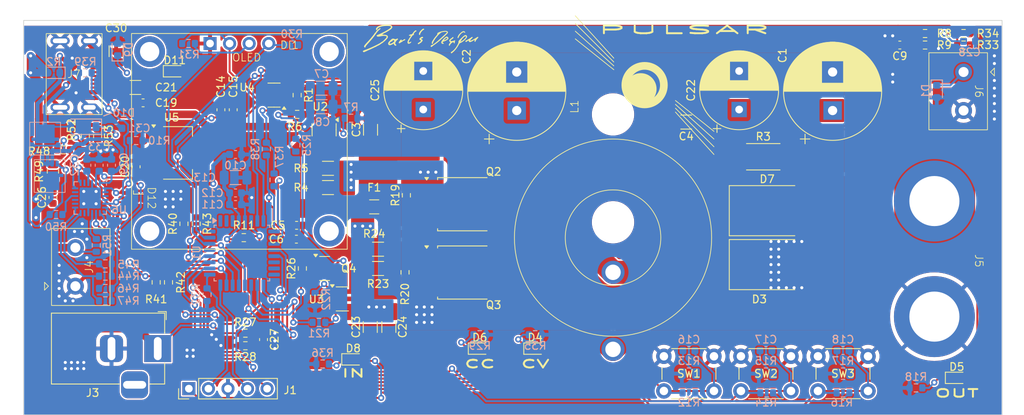
<source format=kicad_pcb>
(kicad_pcb (version 20240108) (generator "pcbnew") (generator_version "8.0")
  (layers (0 "F.Cu" signal) (31 "B.Cu" signal) (34 "B.Paste" user) (35 "F.Paste" user) (36 "B.SilkS" user "B.Silkscreen") (37 "F.SilkS" user "F.Silkscreen") (38 "B.Mask" user) (39 "F.Mask" user) (44 "Edge.Cuts" user))
  (net 0 "")
  (net 1 "/IN_VOLTAGE")
  (net 2 "/VOLTAGE_CMP")
  (net 3 "/OUT")
  (net 4 "GND")
  (net 5 "/VCC")
  (net 6 "/SENSE")
  (net 7 "Net-(D4-K)")
  (net 8 "/VOLTAGE")
  (net 9 "+3V3")
  (net 10 "/BUTTON_L")
  (net 11 "Net-(C16-Pad2)")
  (net 12 "/BUTTON_M")
  (net 13 "Net-(C17-Pad2)")
  (net 14 "/BUTTON_R")
  (net 15 "Net-(C18-Pad2)")
  (net 16 "/SYS_SWDCLK")
  (net 17 "/SYS_SWDIO")
  (net 18 "/SYS_RST")
  (net 19 "/CV_MODE")
  (net 23 "Net-(D5-K)")
  (net 24 "/CURRENT")
  (net 25 "Net-(D6-K)")
  (net 27 "/CC_MODE")
  (net 31 "Net-(D8-K)")
  (net 32 "/HSW")
  (net 33 "/LSW")
  (net 34 "Net-(Q4-B)")
  (net 35 "Net-(Q4-C)")
  (net 36 "/PWML")
  (net 38 "Net-(U3-IN+)")
  (net 39 "Net-(U3-IN-)")
  (net 41 "Net-(U2-IN-)")
  (net 42 "Net-(U2-IN+)")
  (net 43 "Net-(U2-OUT_SRC)")
  (net 44 "Net-(U2-OUT_SNK)")
  (net 45 "Net-(U3-OUT_SRC)")
  (net 46 "Net-(U3-OUT_SNK)")
  (net 47 "/PWMH")
  (net 48 "/SDA")
  (net 49 "/SCL")
  (net 50 "/CONV_INPUT")
  (net 51 "/CURRENT_CMP")
  (net 53 "/SENSE_OUT")
  (net 58 "/CC2")
  (net 61 "/USB_VBUS")
  (net 62 "/L_IN")
  (net 63 "/L_OUT")
  (net 64 "/CC1")
  (net 71 "Net-(C26-Pad2)")
  (net 72 "Net-(U6-VDD)")
  (net 73 "Net-(D10-K)")
  (net 74 "/POWER_DELIVERY/REG_1V2")
  (net 75 "/POWER_DELIVERY/REG_2V7")
  (net 76 "Net-(Q1-G)")
  (net 77 "/PD_RST")
  (net 78 "/PD_SCL")
  (net 79 "/PD_SDA")
  (net 80 "/PD_ALERT")
  (net 81 "Net-(U6-ADDR1)")
  (net 82 "Net-(U6-ADDR0)")
  (net 83 "Net-(U6-VBUS_EN_SNK)")
  (net 84 "Net-(U6-DISCH)")
  (net 85 "Net-(U6-VBUS_VS_DISCH)")
  (footprint "Capacitor_SMD:C_1206_3216Metric" (layer "F.Cu") (at 227 30 180)
    (property "Reference" "C4")
    (property "Value" "10u")
  )
  (footprint "Button_Switch_THT:SW_PUSH_6mm" (layer "F.Cu") (at 240.6 64.9 180)
    (property "Reference" "SW2")
    (property "Value" "DOWN")
  )
  (footprint "Resistor_SMD:R_1206_3216Metric" (layer "F.Cu") (at 180.5 38.5)
    (property "Reference" "R4")
    (property "Value" "4R7")
  )
  (footprint "Capacitor_SMD:C_1206_3216Metric" (layer "F.Cu") (at 185.988485 56.6 90)
    (property "Reference" "C23")
    (property "Value" "4u7")
  )
  (footprint "Capacitor_THT:CP_Radial_D12.5mm_P5.00mm" (layer "F.Cu") (at 246 28.5 90)
    (property "Reference" "C1")
    (property "Value" "1m")
  )
  (footprint "Resistor_SMD:R_0603_1608Metric" (layer "F.Cu") (at 258 20)
    (property "Reference" "R9")
    (property "Value" "1k")
  )
  (footprint "Package_TO_SOT_SMD:TO-252-2" (layer "F.Cu") (at 198.04 49.525)
    (property "Reference" "Q3")
    (property "Value" "AOD2910")
  )
  (footprint "Resistor_SMD:R_0603_1608Metric" (layer "F.Cu") (at 169.575 45)
    (property "Reference" "R11")
    (property "Value" "10k")
  )
  (footprint "LED_SMD:LED_0603_1608Metric" (layer "F.Cu") (at 262.120767 63.2)
    (property "Reference" "D5")
    (property "Value" "OUT")
  )
  (footprint "pulsarLib:DEGSON DG301-5.0-2.0P" (layer "F.Cu") (at 263 23.5 -90)
    (property "Reference" "J6")
    (property "Value" "SCREW")
  )
  (footprint "Resistor_SMD:R_0603_1608Metric" (layer "F.Cu") (at 263 20 180)
    (property "Reference" "R33")
    (property "Value" "22k")
  )
  (footprint "Capacitor_THT:CP_Radial_D10.0mm_P5.00mm" (layer "F.Cu") (at 233.867677 28.367677 90)
    (property "Reference" "C22")
    (property "Value" "100u")
  )
  (footprint "Capacitor_SMD:C_0603_1608Metric" (layer "F.Cu") (at 166.6 28.4 -90)
    (property "Reference" "C14")
    (property "Value" "100n")
  )
  (footprint "Diode_SMD:D_0603_1608Metric" (layer "F.Cu") (at 160.6125 23.4)
    (property "Reference" "D11")
    (property "Value" "ESDA25P35")
  )
  (footprint "Capacitor_SMD:C_0603_1608Metric" (layer "F.Cu") (at 176.4 45.2 180)
    (property "Reference" "C6")
    (property "Value" "C")
  )
  (footprint "pulsarLib:SOT-323L" (layer "F.Cu") (at 154.2 39.85 -90)
    (property "Reference" "D12")
    (property "Value" "ESDA25W")
  )
  (footprint "Resistor_SMD:R_1206_3216Metric" (layer "F.Cu") (at 180.5 36 180)
    (property "Reference" "R5")
    (property "Value" "4R7")
  )
  (footprint "Resistor_SMD:R_0603_1608Metric" (layer "F.Cu") (at 190.5 49.5 -90)
    (property "Reference" "R20")
    (property "Value" "1k")
  )
  (footprint "Capacitor_SMD:C_0603_1608Metric" (layer "F.Cu") (at 156.5 27.5 180)
    (property "Reference" "C19")
    (property "Value" "100n")
  )
  (footprint "Diode_SMD:D_SMC" (layer "F.Cu") (at 237.5 48.5)
    (property "Reference" "D3")
    (property "Value" "SK86")
  )
  (footprint "Capacitor_SMD:C_1206_3216Metric" (layer "F.Cu") (at 186.025 31 90)
    (property "Reference" "C3")
    (property "Value" "10u")
  )
  (footprint "Resistor_SMD:R_0603_1608Metric" (layer "F.Cu") (at 176.5 29)
    (property "Reference" "R6")
    (property "Value" "22k")
  )
  (footprint "Resistor_SMD:R_1206_3216Metric" (layer "F.Cu") (at 187 49)
    (property "Reference" "R23")
    (property "Value" "4R7")
  )
  (footprint "Capacitor_THT:CP_Radial_D12.5mm_P5.00mm" (layer "F.Cu") (at 205 28.5 90)
    (property "Reference" "C2")
    (property "Value" "1m")
  )
  (footprint "Package_TO_SOT_SMD:SOT-23-6" (layer "F.Cu") (at 180 31 -90)
    (property "Reference" "U2")
    (property "Value" "1EDN7550B")
  )
  (footprint "Capacitor_SMD:C_1206_3216Metric" (layer "F.Cu") (at 188.4 56.6 90)
    (property "Reference" "C24")
    (property "Value" "4u7")
  )
  (footprint "pulsarLib:Bart's Design" (layer "F.Cu") (at 192.6 19.2)
    (property "Reference" "Logo1" (hide yes))
    (property "Value" "~" (hide yes))
  )
  (footprint "Connector_PinHeader_2.54mm:PinHeader_1x05_P2.54mm_Vertical" (layer "F.Cu") (at 162.44 64.6 90)
    (property "Reference" "J1")
    (property "Value" "PROG")
  )
  (footprint "Button_Switch_THT:SW_PUSH_6mm" (layer "F.Cu") (at 250.6 64.9 180)
    (property "Reference" "SW3")
    (property "Value" "OK")
  )
  (footprint "Capacitor_THT:CP_Radial_D10.0mm_P5.00mm" (layer "F.Cu") (at 192.867677 28.367677 90)
    (property "Reference" "C25")
    (property "Value" "100u")
  )
  (footprint "Capacitor_SMD:C_0603_1608Metric" (layer "F.Cu") (at 155.6 35.8 90)
    (property "Reference" "C20")
    (property "Value" "100n")
  )
  (footprint "Button_Switch_THT:SW_PUSH_6mm" (layer "F.Cu") (at 230.6 64.9 180)
    (property "Reference" "SW1")
    (property "Value" "UP")
  )
  (footprint "pulsarLib:PULSAR" (layer "F.Cu") (at 221.6 25.2)
    (property "Reference" "Logo2" (hide yes))
    (property "Value" "~" (hide yes))
  )
  (footprint "pulsarLib:DPO-5.0-33" (layer "F.Cu") (at 217.5 45 90)
    (property "Reference" "L1")
    (property "Value" "33uH")
  )
  (footprint "Package_TO_SOT_SMD:SOT-23-6" (layer "F.Cu") (at 173.5 26.5 180)
    (property "Reference" "U4")
    (property "Value" "INA181A2IDBVR / INA169NA")
  )
  (footprint "pulsarLib:BANANA 4mm" (layer "F.Cu") (at 259.2125 40.25 -90)
    (property "Reference" "J5")
    (property "Value" "BANANA")
  )
  (footprint "pulsarLib:DEGSON DG301-5.0-2.0P" (layer "F.Cu") (at 147.7125 51.3 90)
    (property "Reference" "J4")
    (property "Value" "SCREW")
  )
  (footprint "Package_TO_SOT_SMD:SOT-23-6" (layer "F.Cu") (at 182.3625 52.95)
    (property "Reference" "U3")
    (property "Value" "1EDN7550B")
  )
  (footprint "Resistor_SMD:R_0603_1608Metric" (layer "F.Cu") (at 159.8 50.8 90)
    (property "Reference" "R42")
    (property "Value" "4k7")
  )
  (footprint "Resistor_SMD:R_0805_2012Metric" (layer "F.Cu") (at 144.8 36.4 -90)
    (property "Reference" "R49")
    (property "Value" "100R")
  )
  (footprint "Resistor_SMD:R_0603_1608Metric" (layer "F.Cu") (at 258 18.5 180)
    (property "Reference" "R8")
    (property "Value" "22k")
  )
  (footprint "Resistor_SMD:R_0603_1608Metric" (layer "F.Cu") (at 150.6 31.8 -90)
    (property "Reference" "R53")
    (property "Value" "1k")
  )
  (footprint "Capacitor_SMD:C_1206_3216Metric" (layer "F.Cu") (at 153 20.8 90)
    (property "Reference" "C30")
    (property "Value" "4u7")
  )
  (footprint "Resistor_SMD:R_0603_1608Metric" (layer "F.Cu") (at 169.775 57.4)
    (property "Reference" "R27")
    (property "Value" "10k")
  )
  (footprint "Capacitor_SMD:C_0603_1608Metric" (layer "F.Cu") (at 144.8 39.775 90)
    (property "Reference" "C26")
    (property "Value" "100n/50V")
  )
  (footprint "Resistor_SMD:R_0603_1608Metric" (layer "F.Cu") (at 163.4 43.2 -90)
    (property "Reference" "R43")
    (property "Value" "4k7")
  )
  (footprint "Capacitor_SMD:C_0603_1608Metric" (layer "F.Cu") (at 168.2 28.4 -90)
    (property "Reference" "C15")
    (property "Value" "100n")
  )
  (footprint "pulsarLib:UBC-RA-TF (HF)" (layer "F.Cu") (at 150.175 23.77 -90)
    (property "Reference" "J7")
    (property "Value" "UBC-RA-TF (HF)")
  )
  (footprint "Package_TO_SOT_SMD:SOT-23" (layer "F.Cu") (at 180.0625 49)
    (property "Reference" "Q4")
    (property "Value" "BC-817-16-DIO")
  )
  (footprint "pulsarLib:SSD1306" (layer "F.Cu") (at 169 32.5)
    (property "Reference" "DI1")
    (property "Value" "SSD1306")
  )
  (footprint "Resistor_SMD:R_0603_1608Metric" (layer "F.Cu") (at 146.175 33.6)
    (property "Reference" "R48")
    (property "Value" "100k")
  )
  (footprint "LED_SMD:LED_0603_1608Metric" (layer "F.Cu") (at 200.2 59.4)
    (property "Reference" "D6")
    (property "Value" "LED_CC")
  )
  (footprint "Resistor_SMD:R_0603_1608Metric" (layer "F.Cu") (at 161.8 43.2 90)
    (property "Reference" "R40")
    (property "Value" "10k")
  )
  (footprint "Capacitor_SMD:C_0603_1608Metric" (layer "F.Cu") (at 176.425 43.4 180)
    (property "Reference" "C5")
    (property "Value" "C")
  )
  (footprint "Resistor_SMD:R_0603_1608Metric" (layer "F.Cu") (at 169.775 59.03 180)
    (property "Reference" "R28")
    (property "Value" "1k")
  )
  (footprint "Resistor_SMD:R_0603_1608Metric" (layer "F.Cu") (at 176.5 26.5 90)
    (property "Reference" "R1")
    (property "Value" "10k(INA186)")
  )
  (footprint "LED_SMD:LED_0603_1608Metric" (layer "F.Cu") (at 183.775 60.8)
    (property "Reference" "D8")
    (property "Value" "PWR")
  )
  (footprint "Resistor_SMD:R_0603_1608Metric" (layer "F.Cu") (at 149 31.8 90)
    (property "Reference" "R52")
    (property "Value" "470R")
  )
  (footprint "Fuse:Fuse_1206_3216Metric" (layer "F.Cu") (at 186.5 41)
    (property "Reference" "F1")
    (property "Value" "Fuse")
  )
  (footprint "Capacitor_SMD:C_0603_1608Metric" (layer "F.Cu") (at 172.1325 58.23 -90)
    (property "Reference" "C27")
    (property "Value" "100n")
  )
  (footprint "Resistor_SMD:R_1206_3216Metric" (layer "F.Cu") (at 187 46.5 180)
    (property "Reference" "R24")
    (property "Value" "4R7")
  )
  (footprint "Package_TO_SOT_SMD:TO-252-2" (layer "F.Cu") (at 198.04 40.66)
    (property "Reference" "Q2")
    (property "Value" "IRFR5305TRL")
  )
  (footprint "Diode_SMD:D_SMC" (layer "F.Cu") (at 237.5 41.5)
    (property "Reference" "D7")
    (property "Value" "SK86")
  )
  (footprint "Capacitor_SMD:C_1206_3216Metric" (layer "F.Cu") (at 155.5 25.5)
    (property "Reference" "C21")
    (property "Value" "4u7")
  )
  (footprint "Capacitor_SMD:C_0603_1608Metric" (layer "F.Cu") (at 254.725 20 180)
    (property "Reference" "C9")
    (property "Value" "10p")
  )
  (footprint "Resistor_SMD:R_0603_1608Metric" (layer "F.Cu") (at 177.175 49 90)
    (property "Reference" "R26")
    (property "Value" "1k")
  )
  (footprint "Resistor_SMD:R_2512_6332Metric" (layer "F.Cu") (at 237 34.5)
    (property "Reference" "R3")
    (property "Value" "8m")
  )
  (footprint "Package_TO_SOT_SMD:SOT-223-3_TabPin2" (layer "F.Cu") (at 161 34)
    (property "Reference" "U5")
    (property "Value" "LM2937IMP-3.3N")
  )
  (footprint "Connector_BarrelJack:BarrelJack_Horizontal" (layer "F.Cu") (at 158.4 59.4)
    (property "Reference" "J3")
    (property "Value" "Barrel_Jack_Switch")
  )
  (footprint "Resistor_SMD:R_0603_1608Metric" (layer "F.Cu") (at 190.675 39.5 90)
    (property "Reference" "R19")
    (property "Value" "1k")
  )
  (footprint "Resistor_SMD:R_0603_1608Metric" (layer "F.Cu") (at 158.2 50.8 90)
    (property "Reference" "R41")
    (property "Value" "4k7")
  )
  (footprint "LED_SMD:LED_0603_1608Metric" (layer "F.Cu") (at 207.4 59.4)
    (property "Reference" "D4")
    (property "Value" "LED_CV")
  )
  (footprint "Resistor_SMD:R_0603_1608Metric" (layer "F.Cu") (at 263 18.5)
    (property "Reference" "R34")
    (property "Value" "1k")
  )
  (footprint "Resistor_SMD:R_0603_1608Metric" (layer "B.Cu") (at 150.425 46 90)
    (property "Reference" "R51")
    (property "Value" "1k")
  )
  (footprint "Capacitor_SMD:C_1206_3216Metric" (layer "B.Cu") (at 168.5 37.2)
    (property "Reference" "C13")
    (property "Value" "4u7")
  )
  (footprint "pulsarLib:PowerFLAT 3.3x3.3" (layer "B.Cu") (at 144.375 37.625)
    (property "Reference" "Q5" (hide yes))
    (property "Value" "STL6P3LLH6")
  )
  (footprint "Resistor_SMD:R_0603_1608Metric" (layer "B.Cu") (at 178.825 53 90)
    (property "Reference" "R22")
    (property "Value" "22k")
  )
  (footprint "Diode_SMD:D_0603_1608Metric" (layer "B.Cu") (at 144.9 23.6 180)
    (property "Reference" "R2")
    (property "Value" "0R")
  )
  (footprint "Capacitor_SMD:C_0603_1608Metric" (layer "B.Cu") (at 168.5 40.7)
    (property "Reference" "C11")
    (property "Value" "100n")
  )
  (footprint "Capacitor_SMD:C_0603_1608Metric" (layer "B.Cu") (at 152.4 35.6 90)
    (property "Reference" "C29")
    (property "Value" "1u/50V")
  )
  (footprint "Resistor_SMD:R_0603_1608Metric" (layer "B.Cu") (at 183.5 29.5 180)
    (property "Reference" "R7")
    (property "Value" "22k")
  )
  (footprint "Resistor_SMD:R_0603_1608Metric" (layer "B.Cu") (at 151.6 51.6 180)
    (property "Reference" "R46")
    (property "Value" "(NM)")
  )
  (footprint "pulsarLib:PowerFLAT 3.3x3.3" (layer "B.Cu") (at 143.7825 31.525 180)
    (property "Reference" "Q1" (hide yes))
    (property "Value" "STL6P3LLH6")
  )
  (footprint "Capacitor_SMD:C_0603_1608Metric" (layer "B.Cu") (at 237.35 59.65 180)
    (property "Reference" "C17")
    (property "Value" "1u")
  )
  (footprint "Capacitor_SMD:C_1206_3216Metric" (layer "B.Cu") (at 179.675 25.6 180)
    (property "Reference" "C7")
    (property "Value" "4u7")
  )
  (footprint "Resistor_SMD:R_0603_1608Metric" (layer "B.Cu") (at 151.6 53.2 180)
    (property "Reference" "R47")
    (property "Value" "(NM)")
  )
  (footprint "Resistor_SMD:R_0805_2012Metric" (layer "B.Cu") (at 227.35 62.65 180)
    (property "Reference" "R13")
    (property "Value" "100R")
  )
  (footprint "Capacitor_SMD:C_1206_3216Metric" (layer "B.Cu") (at 179.675 28 180)
    (property "Reference" "C8")
    (property "Value" "4u7")
  )
  (footprint "Resistor_SMD:R_0603_1608Metric" (layer "B.Cu") (at 237.45 65.15 180)
    (property "Reference" "R14")
    (property "Value" "4k7")
  )
  (footprint "Capacitor_SMD:C_0603_1608Metric" (layer "B.Cu") (at 227.35 59.65 180)
    (property "Reference" "C16")
    (property "Value" "1u")
  )
  (footprint "Capacitor_SMD:C_0603_1608Metric" (layer "B.Cu") (at 152.975 30.8)
    (property "Reference" "C31")
    (property "Value" "1u/50V")
  )
  (footprint "Diode_SMD:D_SOD-123" (layer "B.Cu") (at 148.75 30.6 180)
    (property "Reference" "D10")
    (property "Value" "BAT46GWX")
  )
  (footprint "Capacitor_SMD:C_0603_1608Metric" (layer "B.Cu") (at 150.8 35.6 90)
    (property "Reference" "C33")
    (property "Value" "1u/50V")
  )
  (footprint "Capacitor_SMD:C_0603_1608Metric" (layer "B.Cu") (at 149.2 35.6 90)
    (property "Reference" "C32")
    (property "Value" "1u/50V")
  )
  (footprint "Diode_SMD:D_0603_1608Metric" (layer "B.Cu") (at 153.2075 20.58 90)
    (property "Reference" "D9")
    (property "Value" "ESDA25P35")
  )
  (footprint "Diode_SMD:D_0603_1608Metric" (layer "B.Cu") (at 259.52 26.02 -90)
    (property "Reference" "D1")
    (property "Value" "ESDA25P35")
  )
  (footprint "Resistor_SMD:R_0603_1608Metric" (layer "B.Cu") (at 151.6 48.4)
    (property "Reference" "R45")
    (property "Value" "100k")
  )
  (footprint "Resistor_SMD:R_0603_1608Metric" (layer "B.Cu") (at 256.825 64.5 180)
    (property "Reference" "R18")
    (property "Value" "R")
  )
  (footprint "Resistor_SMD:R_0603_1608Metric" (layer "B.Cu") (at 179.325 56)
    (property "Reference" "R21")
    (property "Value" "22k")
  )
  (footprint "Resistor_SMD:R_0603_1608Metric" (layer "B.Cu") (at 227.35 65.15 180)
    (property "Reference" "R12")
    (property "Value" "4k7")
  )
  (footprint "Resistor_SMD:R_0603_1608Metric" (layer "B.Cu") (at 155.6 32.4)
    (property "Reference" "R10")
    (property "Value" "5k1")
  )
  (footprint "Capacitor_SMD:C_0603_1608Metric" (layer "B.Cu") (at 168.5 39.2)
    (property "Reference" "C12")
    (property "Value" "100n")
  )
  (footprint "Package_QFP:LQFP-32_7x7mm_P0.8mm" (layer "B.Cu") (at 169.325 47 -90)
    (property "Reference" "U1")
    (property "Value" "STM32G071KBTx")
  )
  (footprint "Resistor_SMD:R_0603_1608Metric" (layer "B.Cu") (at 247.35 65.15 180)
    (property "Reference" "R16")
    (property "Value" "4k7")
  )
  (footprint "Capacitor_SMD:C_0603_1608Metric" (layer "B.Cu") (at 247.35 59.65 180)
    (property "Reference" "C18")
    (property "Value" "1u")
  )
  (footprint "Package_DFN_QFN:QFN-24-1EP_4x4mm_P0.5mm_EP2.7x2.7mm" (layer "B.Cu") (at 149.6375 39.85 180)
    (property "Reference" "U6")
    (property "Value" "STUSB4500QTR")
  )
  (footprint "Resistor_SMD:R_0603_1608Metric" (layer "B.Cu") (at 175.8 20 180)
    (property "Reference" "R30")
    (property "Value" "4k7")
  )
  (footprint "Resistor_SMD:R_0603_1608Metric" (layer "B.Cu") (at 179.8 61.4 180)
    (property "Reference" "R36")
    (property "Value" "1k")
  )
  (footprint "Resistor_SMD:R_0603_1608Metric" (layer "B.Cu") (at 200.2 57.6)
    (property "Reference" "R29")
    (property "Value" "1k")
  )
  (footprint "Resistor_SMD:R_0603_1608Metric" (layer "B.Cu") (at 162.4 19.8)
    (property "Reference" "R31")
    (property "Value" "4k7")
  )
  (footprint "Resistor_SMD:R_0603_1608Metric" (layer "B.Cu") (at 173.5 37.5 -90)
    (property "Reference" "R37")
    (property "Value" "R")
  )
  (footprint "Resistor_SMD:R_0603_1608Metric" (layer "B.Cu") (at 145.2 42)
    (property "Reference" "R50")
    (property "Value" "22k")
  )
  (footprint "Resistor_SMD:R_0805_2012Metric" (layer "B.Cu") (at 247.35 62.65 180)
    (property "Reference" "R17")
    (property "Value" "100R")
  )
  (footprint "Resistor_SMD:R_0603_1608Metric" (layer "B.Cu") (at 172.5 33.5 -90)
    (property "Reference" "R38")
    (property "Value" "R")
  )
  (footprint "Capacitor_SMD:C_0603_1608Metric" (layer "B.Cu") (at 263.775 19.5)
    (property "Reference" "C28")
    (property "Value" "10p")
  )
  (footprint "Resistor_SMD:R_0603_1608Metric" (layer "B.Cu") (at 164.8 52.4 -90)
    (property "Reference" "R32")
    (property "Value" "10k")
  )
  (footprint "Resistor_SMD:R_0603_1608Metric" (layer "B.Cu") (at 151.6 50)
    (property "Reference" "R44")
    (property "Value" "100k")
  )
  (footprint "Resistor_SMD:R_0603_1608Metric" (layer "B.Cu") (at 207.4 57.6)
    (property "Reference" "R35")
    (property "Value" "1k")
  )
  (footprint "Resistor_SMD:R_0805_2012Metric" (layer "B.Cu") (at 237.35 62.65 180)
    (property "Reference" "R15")
    (property "Value" "100R")
  )
  (footprint "Capacitor_SMD:C_0603_1608Metric" (layer "B.Cu") (at 168.5 34.2)
    (property "Reference" "C10")
    (property "Value" "100n")
  )
  (footprint "Resistor_SMD:R_0603_1608Metric" (layer "B.Cu") (at 176.325 33 90)
    (property "Reference" "R25")
    (property "Value" "10k")
  )
  (footprint "Resistor_SMD:R_0603_1608Metric" (layer "B.Cu") (at 149 23.6 180)
    (property "Reference" "R39")
    (property "Value" "5k1")
  )
  (gr_line (start 151.4 29.2) (end 152.4 28.8) (stroke (width 0.15)) (layer "B.SilkS"))
  (gr_rect (start 141 16.8) (end 268 68) (stroke (width 0.1)) (fill none) (layer "Edge.Cuts"))
  (segment (start 172.1325 57.455) (end 170.655 57.455) (width 0.25) (layer "F.Cu") (net 1))
  (segment (start 172.145 57.455) (end 173.2 56.4) (width 0.25) (layer "F.Cu") (net 1))
  (segment (start 173.2 56.4) (end 173.2 53) (width 0.25) (layer "F.Cu") (net 1))
  (segment (start 170.655 57.455) (end 170.6 57.4) (width 0.25) (layer "F.Cu") (net 1))
  (segment (start 172.1325 57.455) (end 172.145 57.455) (width 0.25) (layer "F.Cu") (net 1))
  (segment (start 170.6 59.03) (end 170.6 57.4) (width 0.25) (layer "F.Cu") (net 1))
  (via (at 173.2 53) (size 0.8) (drill 0.4) (layers "F.Cu" "B.Cu") (net 1))
  (segment (start 172.125 51.175) (end 172.125 51.925) (width 0.25) (layer "B.Cu") (net 1))
  (segment (start 172.125 51.925) (end 173.2 53) (width 0.25) (layer "B.Cu") (net 1))
  (segment (start 260.5 18.5) (end 262.175 18.5) (width 0.25) (layer "F.Cu") (net 2))
  (segment (start 172.275 23.275) (end 172.475 23.475) (width 0.25) (layer "F.Cu") (net 2))
  (segment (start 262.175 18.5) (end 261.175 17.5) (width 0.25) (layer "F.Cu") (net 2))
  (segment (start 183.5 19.863604) (end 183.5 22.090812) (width 0.25) (layer "F.Cu") (net 2))
  (segment (start 254.5 17.5) (end 185.863604 17.5) (width 0.25) (layer "F.Cu") (net 2))
  (segment (start 172.475 23.475) (end 172.5 23.45) (width 0.25) (layer "F.Cu") (net 2))
  (segment (start 262.175 18.5) (end 262.175 20) (width 0.25) (layer "F.Cu") (net 2))
  (segment (start 261.175 17.5) (end 254.5 17.5) (width 0.25) (layer "F.Cu") (net 2))
  (segment (start 172.5 23.45) (end 182.140812 23.45) (width 0.25) (layer "F.Cu") (net 2))
  (segment (start 171.8 23.275) (end 172.275 23.275) (width 0.25) (layer "F.Cu") (net 2))
  (segment (start 183.5 22.090812) (end 183.045406 22.545406) (width 0.25) (layer "F.Cu") (net 2))
  (segment (start 182.140812 23.45) (end 183.045406 22.545406) (width 0.25) (layer "F.Cu") (net 2))
  (segment (start 185.863604 17.5) (end 184.181802 19.181802) (width 0.25) (layer "F.Cu") (net 2))
  (segment (start 184.181802 19.181802) (end 183.5 19.863604) (width 0.25) (layer "F.Cu") (net 2))
  (via (at 260.5 18.5) (size 0.8) (drill 0.4) (layers "F.Cu" "B.Cu") (net 2))
  (via (at 171.8 23.275) (size 0.8) (drill 0.4) (layers "F.Cu" "B.Cu") (net 2))
  (segment (start 170.8 32.75) (end 171.25 33.2) (width 0.25) (layer "B.Cu") (net 2))
  (segment (start 171.8 24.225305) (end 170.8 25.225305) (width 0.25) (layer "B.Cu") (net 2))
  (segment (start 171.8 23.275) (end 171.8 24.225305) (width 0.25) (layer "B.Cu") (net 2))
  (segment (start 263 19.5) (end 261.5 19.5) (width 0.25) (layer "B.Cu") (net 2))
  (segment (start 261.5 19.5) (end 260.5 18.5) (width 0.25) (layer "B.Cu") (net 2))
  (segment (start 171.25 33.2) (end 171.25 36.043504) (width 0.25) (layer "B.Cu") (net 2))
  (segment (start 171.25 36.043504) (end 172.125 36.918504) (width 0.25) (layer "B.Cu") (net 2))
  (segment (start 172.125 36.918504) (end 172.125 42.825) (width 0.25) (layer "B.Cu") (net 2))
  (segment (start 170.8 25.225305) (end 170.8 32.75) (width 0.25) (layer "B.Cu") (net 2))
  (segment (start 184.5 20.363604) (end 186.363604 18.5) (width 0.25) (layer "F.Cu") (net 3))
  (segment (start 251.136396 18.5) (end 253 20.363604) (width 0.25) (layer "F.Cu") (net 3))
  (segment (start 253 29.5) (end 251.55 30.95) (width 0.25) (layer "F.Cu") (net 3))
  (segment (start 238.186396 30.95) (end 237.5 31.636396) (width 0.25) (layer "F.Cu") (net 3))
  (segment (start 172.3625 25.55) (end 173.4125 24.5) (width 0.25) (layer "F.Cu") (net 3))
  (segment (start 263.825 22.675) (end 263 23.5) (width 0.25) (layer "F.Cu") (net 3))
  (segment (start 251.55 30.95) (end 238.186396 30.95) (width 0.25) (layer "F.Cu") (net 3))
  (segment (start 237.5 31.636396) (end 237.5 34) (width 0.25) (layer "F.Cu") (net 3))
  (segment (start 238 34.5) (end 239.9625 34.5) (width 0.25) (layer "F.Cu") (net 3))
  (segment (start 263.7875 63.2) (end 262.945767 63.2) (width 0.25) (layer "F.Cu") (net 3))
  (segment (start 182.513604 24.35) (end 184.5 22.363604) (width 0.25) (layer "F.Cu") (net 3))
  (segment (start 264.7875 62.2) (end 263.7875 63.2) (width 0.25) (layer "F.Cu") (net 3))
  (segment (start 175.201104 24.35) (end 182.513604 24.35) (width 0.25) (layer "F.Cu") (net 3))
  (segment (start 237.5 34) (end 238 34.5) (width 0.25) (layer "F.Cu") (net 3))
  (segment (start 264.7875 45.825) (end 259.2125 40.25) (width 0.25) (layer "F.Cu") (net 3))
  (segment (start 173.4125 24.5) (end 175.051104 24.5) (width 0.25) (layer "F.Cu") (net 3))
  (segment (start 184.5 22.363604) (end 184.5 20.363604) (width 0.25) (layer "F.Cu") (net 3))
  (segment (start 258.825 18.5) (end 263 22.675) (width 0.25) (layer "F.Cu") (net 3))
  (segment (start 253 20.363604) (end 253 29.5) (width 0.25) (layer "F.Cu") (net 3))
  (segment (start 175.051104 24.5) (end 175.201104 24.35) (width 0.25) (layer "F.Cu") (net 3))
  (segment (start 264.7875 62.2) (end 264.7875 45.825) (width 0.25) (layer "F.Cu") (net 3))
  (segment (start 263 22.675) (end 263 23.5) (width 0.25) (layer "F.Cu") (net 3))
  (segment (start 186.363604 18.5) (end 251.136396 18.5) (width 0.25) (layer "F.Cu") (net 3))
  (segment (start 263.825 20) (end 263.825 22.675) (width 0.25) (layer "F.Cu") (net 3))
  (segment (start 259.52 25.2325) (end 261.2675 25.2325) (width 0.25) (layer "B.Cu") (net 3))
  (segment (start 261.2675 25.2325) (end 263 23.5) (width 0.25) (layer "B.Cu") (net 3))
  (segment (start 259.299694 20) (end 259.749847 20.450153) (width 0.25) (layer "F.Cu") (net 4))
  (segment (start 150.175 26.87) (end 148.47 26.87) (width 0.5) (layer "F.Cu") (net 4))
  (segment (start 174.6375 26.5) (end 175.675 26.5) (width 0.5) (layer "F.Cu") (net 4))
  (segment (start 175.675 26.5) (end 176.5 25.675) (width 0.5) (layer "F.Cu") (net 4))
  (segment (start 150.175 20.67) (end 148.33 20.67) (width 0.5) (layer "F.Cu") (net 4))
  (segment (start 258.825 20) (end 259.299694 20) (width 0.25) (layer "F.Cu") (net 4))
  (segment (start 148.47 26.87) (end 147.8 26.2) (width 0.5) (layer "F.Cu") (net 4))
  (segment (start 148.33 20.67) (end 147.3 21.7) (width 0.5) (layer "F.Cu") (net 4))
  (via (at 239 48.5) (size 0.8) (drill 0.4) (layers "F.Cu" "B.Cu") (net 4))
  (via (at 150.4 39) (size 0.8) (drill 0.4) (layers "F.Cu" "B.Cu") (net 4))
  (via (at 173.6 57.4) (size 0.8) (drill 0.4) (layers "F.Cu" "B.Cu") (net 4))
  (via (at 147.3 21.7) (size 0.8) (drill 0.4) (layers "F.Cu" "B.Cu") (net 4))
  (via (at 148.8 39) (size 0.8) (drill 0.4) (layers "F.Cu" "B.Cu") (net 4))
  (via (at 160.4 41) (size 0.8) (drill 0.4) (layers "F.Cu" "B.Cu") (net 4))
  (via (at 145.6 50.6) (size 0.8) (drill 0.4) (layers "F.Cu" "B.Cu") (net 4))
  (via (at 152.598959 33.601041) (size 0.8) (drill 0.4) (layers "F.Cu" "B.Cu") (net 4))
  (via (at 165.4 57.6) (size 0.8) (drill 0.4) (layers "F.Cu" "B.Cu") (net 4))
  (via (at 166.6 59) (size 0.8) (drill 0.4) (layers "F.Cu" "B.Cu") (net 4))
  (via (at 163 59.6) (size 0.8) (drill 0.4) (layers "F.Cu" "B.Cu") (net 4))
  (via (at 239 45.5) (size 0.8) (drill 0.4) (layers "F.Cu" "B.Cu") (net 4))
  (via (at 192 55) (size 0.8) (drill 0.4) (layers "F.Cu" "B.Cu") (net 4))
  (via (at 170.6 39.8) (size 0.8) (drill 0.4) (layers "F.Cu" "B.Cu") (net 4))
  (via (at 267 29.6) (size 0.8) (drill 0.4) (layers "F.Cu" "B.Cu") (net 4))
  (via (at 194 55) (size 0.8) (drill 0.4) (layers "F.Cu" "B.Cu") (net 4))
  (via (at 267 28.6) (size 0.8) (drill 0.4) (layers "F.Cu" "B.Cu") (net 4))
  (via (at 238 45.5) (size 0.8) (drill 0.4) (layers "F.Cu" "B.Cu") (net 4))
  (via (at 151 33.8) (size 0.8) (drill 0.4) (layers "F.Cu" "B.Cu") (net 4))
  (via (at 173.6 58.4) (size 0.8) (drill 0.4) (layers "F.Cu" "B.Cu") (net 4))
  (via (at 160.4 40) (size 0.8) (drill 0.4) (layers "F.Cu" "B.Cu") (net 4))
  (via (at 147.2 62) (size 0.8) (drill 0.4) (layers "F.Cu" "B.Cu") (net 4))
  (via (at 148 62) (size 0.8) (drill 0.4) (layers "F.Cu" "B.Cu") (net 4))
  (via (at 145.6 52.6) (size 0.8) (drill 0.4) (layers "F.Cu" "B.Cu") (net 4))
  (via (at 159.4 41) (size 0.8) (drill 0.4) (layers "F.Cu" "B.Cu") (net 4))
  (via (at 259.749847 20.450153) (size 0.8) (drill 0.4) (layers "F.Cu" "B.Cu") (net 4))
  (via (at 239 46.5) (size 0.8) (drill 0.4) (layers "F.Cu" "B.Cu") (net 4))
  (via (at 253.8 24.8) (size 0.8) (drill 0.4) (layers "F.Cu" "B.Cu") (net 4))
  (via (at 146.4 61.2) (size 0.8) (drill 0.4) (layers "F.Cu" "B.Cu") (net 4))
  (via (at 252.8 18.8) (size 0.8) (drill 0.4) (layers "F.Cu" "B.Cu") (net 4))
  (via (at 238 46.5) (size 0.8) (drill 0.4) (layers "F.Cu" "B.Cu") (net 4))
  (via (at 267 27.6) (size 0.8) (drill 0.4) (layers "F.Cu" "B.Cu") (net 4))
  (via (at 149.2 45.2) (size 0.8) (drill 0.4) (layers "F.Cu" "B.Cu") (net 4))
  (via (at 162.2 60.4) (size 0.8) (drill 0.4) (layers "F.Cu" "B.Cu") (net 4))
  (via (at 159.4 39) (size 0.8) (drill 0.4) (layers "F.Cu" "B.Cu") (net 4))
  (via (at 194 54) (size 0.8) (drill 0.4) (layers "F.Cu" "B.Cu") (net 4))
  (via (at 148.6 43.2) (size 0.8) (drill 0.4) (layers "F.Cu" "B.Cu") (net 4))
  (via (at 151.8 33.6) (size 0.8) (drill 0.4) (layers "F.Cu" "B.Cu") (net 4))
  (via (at 147.8 26.2) (size 0.8) (drill 0.4) (layers "F.Cu" "B.Cu") (net 4))
  (via (at 192 56) (size 0.8) (drill 0.4) (layers "F.Cu" "B.Cu") (net 4))
  (via (at 238 50.5) (size 0.8) (drill 0.4) (layers "F.Cu" "B.Cu") (net 4))
  (via (at 267 21.4) (size 0.8) (drill 0.4) (layers "F.Cu" "B.Cu") (net 4))
  (via (at 161.4 39) (size 0.8) (drill 0.4) (layers "F.Cu" "B.Cu") (net 4))
  (via (at 148.8 62) (size 0.8) (drill 0.4) (layers "F.Cu" "B.Cu") (net 4))
  (via (at 147.4 53.2) (size 0.8) (drill 0.4) (layers "F.Cu" "B.Cu") (net 4))
  (via (at 162.2 59.6) (size 0.8) (drill 0.4) (layers "F.Cu" "B.Cu") (net 4))
  (via (at 193 55) (size 0.8) (drill 0.4) (layers "F.Cu" "B.Cu") (net 4))
  (via (at 145.6 48.6) (size 0.8) (drill 0.4) (layers "F.Cu" "B.Cu") (net 4))
  (via (at 148.8 61.2) (size 0.8) (drill 0.4) (layers "F.Cu" "B.Cu") (net 4))
  (via (at 241 45.5) (size 0.8) (drill 0.4) (layers "F.Cu" "B.Cu") (net 4))
  (via (at 239 47.5) (size 0.8) (drill 0.4) (layers "F.Cu" "B.Cu") (net 4))
  (via (at 238 51.5) (size 0.8) (drill 0.4) (layers "F.Cu" "B.Cu") (net 4))
  (via (at 240 51.5) (size 0.8) (drill 0.4) (layers "F.Cu" "B.Cu") (net 4))
  (via (at 146.4 62) (size 0.8) (drill 0.4) (layers "F.Cu" "B.Cu") (net 4))
  (via (at 149.2 47.6) (size 0.8) (drill 0.4) (layers "F.Cu" "B.Cu") (net 4))
  (via (at 148.6 44.2) (size 0.8) (drill 0.4) (layers "F.Cu" "B.Cu") (net 4))
  (via (at 147.6 44.2) (size 0.8) (drill 0.4) (layers "F.Cu" "B.Cu") (net 4))
  (via (at 241 51.5) (size 0.8) (drill 0.4) (layers "F.Cu" "B.Cu") (net 4))
  (via (at 194 56) (size 0.8) (drill 0.4) (layers "F.Cu" "B.Cu") (net 4))
  (via (at 193 56) (size 0.8) (drill 0.4) (layers "F.Cu" "B.Cu") (net 4))
  (via (at 253.8 18.8) (size 0.8) (drill 0.4) (layers "F.Cu" "B.Cu") (net 4))
  (via (at 238 49.5) (size 0.8) (drill 0.4) (layers "F.Cu" "B.Cu") (net 4))
  (via (at 166 58.2) (size 0.8) (drill 0.4) (layers "F.Cu" "B.Cu") (net 4))
  (via (at 192 54) (size 0.8) (drill 0.4) (layers "F.Cu" "B.Cu") (net 4))
  (via (at 161.4 40) (size 0.8) (drill 0.4) (layers "F.Cu" "B.Cu") (net 4))
  (via (at 242 45.5) (size 0.8) (drill 0.4) (layers "F.Cu" "B.Cu") (net 4))
  (via (at 242 51.5) (size 0.8) (drill 0.4) (layers "F.Cu" "B.Cu") (net 4))
  (via (at 145.6 49.6) (size 0.8) (drill 0.4) (layers "F.Cu" "B.Cu") (net 4))
  (via (at 148.8 40.6) (size 0.8) (drill 0.4) (layers "F.Cu" "B.Cu") (net 4))
  (via (at 146.4 53.2) (size 0.8) (drill 0.4) (layers "F.Cu" "B.Cu") (net 4))
  (via (at 253.8 23.8) (size 0.8) (drill 0.4) (layers "F.Cu" "B.Cu") (net 4))
  (via (at 267 22.4) (size 0.8) (drill 0.4) (layers "F.Cu" "B.Cu") (net 4))
  (via (at 151.8 46.8) (size 0.8) (drill 0.4) (layers "F.Cu" "B.Cu") (net 4))
  (via (at 173.6 59.4) (size 0.8) (drill 0.4) (layers "F.Cu" "B.Cu") (net 4))
  (via (at 239 49.5) (size 0.8) (drill 0.4) (layers "F.Cu" "B.Cu") (net 4))
  (via (at 147.2 61.2) (size 0.8) (drill 0.4) (layers "F.Cu" "B.Cu") (net 4))
  (via (at 267 24.6) (size 0.8) (drill 0.4) (layers "F.Cu" "B.Cu") (net 4))
  (via (at 267 26.6) (size 0.8) (drill 0.4) (layers "F.Cu" "B.Cu") (net 4))
  (via (at 240 45.5) (size 0.8) (drill 0.4) (layers "F.Cu" "B.Cu") (net 4))
  (via (at 159.4 40) (size 0.8) (drill 0.4) (layers "F.Cu" "B.Cu") (net 4))
  (via (at 267 25.6) (size 0.8) (drill 0.4) (layers "F.Cu" "B.Cu") (net 4))
  (via (at 150.4 40.6) (size 0.8) (drill 0.4) (layers "F.Cu" "B.Cu") (net 4))
  (via (at 160.4 39) (size 0.8) (drill 0.4) (layers "F.Cu" "B.Cu") (net 4))
  (via (at 238 47.5) (size 0.8) (drill 0.4) (layers "F.Cu" "B.Cu") (net 4))
  (via (at 163 60.4) (size 0.8) (drill 0.4) (layers "F.Cu" "B.Cu") (net 4))
  (via (at 239 50.5) (size 0.8) (drill 0.4) (layers "F.Cu" "B.Cu") (net 4))
  (via (at 239 51.5) (size 0.8) (drill 0.4) (layers "F.Cu" "B.Cu") (net 4))
  (via (at 145.6 51.6) (size 0.8) (drill 0.4) (layers "F.Cu" "B.Cu") (net 4))
  (via (at 148 61.2) (size 0.8) (drill 0.4) (layers "F.Cu" "B.Cu") (net 4))
  (via (at 193 54) (size 0.8) (drill 0.4) (layers "F.Cu" "B.Cu") (net 4))
  (via (at 238 48.5) (size 0.8) (drill 0.4) (layers "F.Cu" "B.Cu") (net 4))
  (segment (start 153.635828 30.8) (end 152.235828 29.4) (width 0.5) (layer "B.Cu") (net 4))
  (segment (start 169.725 42.825) (end 169.725 41.15) (width 0.25) (layer "B.Cu") (net 4))
  (segment (start 169.275 40.7) (end 169.275 39.2) (width 0.25) (layer "B.Cu") (net 4))
  (segment (start 169.725 41.15) (end 169.275 40.7) (width 0.25) (layer "B.Cu") (net 4))
  (segment (start 151.8 29.4) (end 150.49 28.09) (width 0.5) (layer "B.Cu") (net 4))
  (segment (start 153.75 30.8) (end 153.635828 30.8) (width 0.5) (layer "B.Cu") (net 4))
  (segment (start 152.235828 29.4) (end 151.8 29.4) (width 0.5) (layer "B.Cu") (net 4))
  (segment (start 150.49 28.09) (end 149.55 28.09) (width 0.5) (layer "B.Cu") (net 4))
  (segment (start 169.975 37.2) (end 169.975 39.175) (width 0.25) (layer "B.Cu") (net 4))
  (segment (start 169.975 39.175) (end 170.6 39.8) (width 0.25) (layer "B.Cu") (net 4))
  (segment (start 142.6 42.4) (end 142.6 40) (width 1) (layer "F.Cu") (net 5))
  (segment (start 142.6 43.8) (end 142.9 44.1) (width 1) (layer "F.Cu") (net 5))
  (segment (start 163.2 29) (end 163.6 29.4) (width 1) (layer "F.Cu") (net 5))
  (segment (start 144.8 40.55) (end 143.15 40.55) (width 0.25) (layer "F.Cu") (net 5))
  (segment (start 157.1 29) (end 157.5 29.4) (width 1) (layer "F.Cu") (net 5))
  (segment (start 142.95625 29.6) (end 142.95625 24.65625) (width 1) (layer "F.Cu") (net 5))
  (segment (start 143.15625 29.4) (end 142.95625 29.6) (width 1) (layer "F.Cu") (net 5))
  (segment (start 157.725 25.5) (end 159.825 23.4) (width 1) (layer "F.Cu") (net 5))
  (segment (start 143.15 40.55) (end 142.6 40) (width 0.25) (layer "F.Cu") (net 5))
  (segment (start 142.9 45.6) (end 143.6 46.3) (width 1) (layer "F.Cu") (net 5))
  (segment (start 156.975 28.875) (end 156.975 25.5) (width 1) (layer "F.Cu") (net 5))
  (segment (start 164.8 30.6) (end 163.6 29.4) (width 1) (layer "F.Cu") (net 5))
  (segment (start 142.6 43.8) (end 142.6 42.4) (width 1) (layer "F.Cu") (net 5))
  (segment (start 168.95 57.4) (end 166.6 57.4) (width 0.25) (layer "F.Cu") (net 5))
  (segment (start 157.5 29.4) (end 157.5 31.35) (width 1) (layer "F.Cu") (net 5))
  (segment (start 153.2 29) (end 157.1 29) (width 1) (layer "F.Cu") (net 5))
  (segment (start 142.9 45.6) (end 142.9 53.9) (width 1) (layer "F.Cu") (net 5))
  (segment (start 157.5 29.4) (end 156.975 28.875) (width 1) (layer "F.Cu") (net 5))
  (segment (start 145.8 56.8) (end 155.8 56.8) (width 1) (layer "F.Cu") (net 5))
  (segment (start 147.2 29.4) (end 152.8 29.4) (width 1) (layer "F.Cu") (net 5))
  (segment (start 142.9 53.9) (end 145.8 56.8) (width 1) (layer "F.Cu") (net 5))
  (segment (start 142.95625 24.65625) (end 141.9 23.6) (width 1) (layer "F.Cu") (net 5))
  (segment (start 179 32.1375) (end 177.4625 30.6) (width 1) (layer "F.Cu") (net 5))
  (segment (start 142.6 40) (end 142.6 34.1125) (width 1) (layer "F.Cu") (net 5))
  (segment (start 142.6 34.1125) (end 142.95625 33.75625) (width 1) (layer "F.Cu") (net 5))
  (segment (start 141.9 23.6) (end 141.9 21.4) (width 1) (layer "F.Cu") (net 5))
  (segment (start 177.4625 30.6) (end 164.8 30.6) (width 1) (layer "F.Cu") (net 5))
  (segment (start 166.6 57.4) (end 165.6 56.4) (width 0.25) (layer "F.Cu") (net 5))
  (segment (start 157.1 29) (end 163.2 29) (width 1) (layer "F.Cu") (net 5))
  (segment (start 143.6 46.3) (end 147.7125 46.3) (width 1) (layer "F.Cu") (net 5))
  (segment (start 156.975 25.5) (end 157.725 25.5) (width 1) (layer "F.Cu") (net 5))
  (segment (start 147.2 29.4) (end 143.15625 29.4) (width 1) (layer "F.Cu") (net 5))
  (segment (start 152.8 29.4) (end 153.2 29) (width 1) (layer "F.Cu") (net 5))
  (segment (start 142.9 44.1) (end 142.9 45.6) (width 1) (layer "F.Cu") (net 5))
  (segment (start 142.95625 33.75625) (end 142.95625 29.6) (width 1) (layer "F.Cu") (net 5))
  (segment (start 157.5 31.35) (end 157.85 31.7) (width 1) (layer "F.Cu") (net 5))
  (segment (start 155.8 56.8) (end 158.4 59.4) (width 1) (layer "F.Cu") (net 5))
  (via (at 165.6 56.4) (size 0.8) (drill 0.4) (layers "F.Cu" "B.Cu") (net 5))
  (via (at 141.9 23.6) (size 0.8) (drill 0.4) (layers "F.Cu" "B.Cu") (net 5))
  (via (at 186 43.5) (size 0.8) (drill 0.4) (layers "F.Cu" "B.Cu") (net 5))
  (via (at 142.6 40) (size 0.8) (drill 0.4) (layers "F.Cu" "B.Cu") (net 5))
  (via (at 185.8 54) (size 0.8) (drill 0.4) (layers "F.Cu" "B.Cu") (net 5))
  (via (at 187.8 54) (size 0.8) (drill 0.4) (layers "F.Cu" "B.Cu") (net 5))
  (via (at 186.8 54) (size 0.8) (drill 0.4) (layers "F.Cu" "B.Cu") (net 5))
  (via (at 175.5 30.5) (size 0.8) (drill 0.4) (layers "F.Cu" "B.Cu") (net 5))
  (via (at 184 43.5) (size 0.8) (drill 0.4) (layers "F.Cu" "B.Cu") (net 5))
  (via (at 177.4625 30.6) (size 0.8) (drill 0.4) (layers "F.Cu" "B.Cu") (net 5))
  (via (at 142.6 42.4) (size 0.8) (drill 0.4) (layers "F.Cu" "B.Cu") (net 5))
  (via (at 141.9 21.4) (size 0.8) (drill 0.4) (layers "F.Cu" "B.Cu") (net 5))
  (via (at 185 43.5) (size 0.8) (drill 0.4) (layers "F.Cu" "B.Cu") (net 5))
  (segment (start 178.2 25.6) (end 178.2 28) (width 1) (layer "B.Cu") (net 5))
  (segment (start 144.1 23.6) (end 142.15 21.65) (width 1) (layer "B.Cu") (net 5))
  (segment (start 142.15 23.35) (end 141.9 23.6) (width 1) (layer "B.Cu") (net 5))
  (segment (start 175.5 33) (end 176.325 33.825) (width 0.25) (layer "B.Cu") (net 5))
  (segment (start 142.6 41.6) (end 142.6 42.4) (width 1) (layer "B.Cu") (net 5))
  (segment (start 165.6 56.4) (end 161.8 56.4) (width 0.25) (layer "B.Cu") (net 5))
  (segment (start 150.425 46.825) (end 148.2375 46.825) (width 0.25) (layer "B.Cu") (net 5))
  (segment (start 144.1125 23.6) (end 144.1 23.6) (width 1) (layer "B.Cu") (net 5))
  (segment (start 144.375 39.825) (end 142.6 41.6) (width 1) (layer "B.Cu") (net 5))
  (segment (start 142.15 21.65) (end 141.9 21.4) (width 1) (layer "B.Cu") (net 5))
  (segment (start 178.2 29.8625) (end 177.4625 30.6) (width 1) (layer "B.Cu") (net 5))
  (segment (start 144.375 37.625) (end 144.375 38.225) (width 1) (layer "B.Cu") (net 5))
  (segment (start 144.375 37.625) (end 144.375 39.825) (width 1) (layer "B.Cu") (net 5))
  (segment (start 161.4 56.4) (end 158.4 59.4) (width 0.25) (layer "B.Cu") (net 5))
  (segment (start 178.2 28) (end 178.2 29.8625) (width 1) (layer "B.Cu") (net 5))
  (segment (start 144.1125 23.6) (end 141.9 23.6) (width 1) (layer "B.Cu") (net 5))
  (segment (start 142.15 21.65) (end 142.15 23.35) (width 1) (layer "B.Cu") (net 5))
  (segment (start 175.5 30.5) (end 175.5 33) (width 0.25) (layer "B.Cu") (net 5))
  (segment (start 148.2375 46.825) (end 147.7125 46.3) (width 0.25) (layer "B.Cu") (net 5))
  (segment (start 161.8 56.4) (end 161.4 56.4) (width 0.25) (layer "B.Cu") (net 5))
  (segment (start 144.375 38.225) (end 142.6 40) (width 1) (layer "B.Cu") (net 5))
  (segment (start 185 20.5) (end 186.5 19) (width 0.25) (layer "F.Cu") (net 6))
  (segment (start 252.5 20.5) (end 252.5 29.363604) (width 0.25) (layer "F.Cu") (net 6))
  (segment (start 251 19) (end 252.5 20.5) (width 0.25) (layer "F.Cu") (net 6))
  (segment (start 236.5 34.5) (end 234.0375 34.5) (width 0.25) (layer "F.Cu") (net 6))
  (segment (start 252.5 29.363604) (end 251.363604 30.5) (width 0.25) (layer "F.Cu") (net 6))
  (segment (start 185 22.5) (end 185 20.5) (width 0.25) (layer "F.Cu") (net 6))
  (segment (start 237 31.5) (end 237 34) (width 0.25) (layer "F.Cu") (net 6))
  (segment (start 174.6375 25.55) (end 175.3875 24.8) (width 0.25) (layer "F.Cu") (net 6))
  (segment (start 175.3875 24.8) (end 182.7 24.8) (width 0.25) (layer "F.Cu") (net 6))
  (segment (start 182.7 24.8) (end 185 22.5) (width 0.25) (layer "F.Cu") (net 6))
  (segment (start 251.363604 30.5) (end 238 30.5) (width 0.25) (layer "F.Cu") (net 6))
  (segment (start 238 30.5) (end 237 31.5) (width 0.25) (layer "F.Cu") (net 6))
  (segment (start 186.5 19) (end 251 19) (width 0.25) (layer "F.Cu") (net 6))
  (segment (start 237 34) (end 236.5 34.5) (width 0.25) (layer "F.Cu") (net 6))
  (segment (start 206.575 59.4) (end 206.4 59.4) (width 0.25) (layer "F.Cu") (net 7))
  (segment (start 206.4 59.4) (end 205.2 58.2) (width 0.25) (layer "F.Cu") (net 7))
  (via (at 205.2 58.2) (size 0.8) (drill 0.4) (layers "F.Cu" "B.Cu") (net 7))
  (segment (start 205.8 57.6) (end 205.2 58.2) (width 0.25) (layer "B.Cu") (net 7))
  (segment (start 206.575 57.6) (end 205.8 57.6) (width 0.25) (layer "B.Cu") (net 7))
  (segment (start 257.175 18.5) (end 256.675 18) (width 0.25) (layer "F.Cu") (net 8))
  (segment (start 256.675 18) (end 186 18) (width 0.25) (layer "F.Cu") (net 8))
  (segment (start 186 18) (end 184 20) (width 0.25) (layer "F.Cu") (net 8))
  (segment (start 184 20) (end 184 22.227208) (width 0.25) (layer "F.Cu") (net 8))
  (segment (start 182.327208 23.9) (end 175.014708 23.9) (width 0.25) (layer "F.Cu") (net 8))
  (segment (start 184 22.227208) (end 182.327208 23.9) (width 0.25) (layer "F.Cu") (net 8))
  (segment (start 257.175 20) (end 255.5 20) (width 0.25) (layer "F.Cu") (net 8))
  (segment (start 257.175 20) (end 257.175 18.5) (width 0.25) (layer "F.Cu") (net 8))
  (segment (start 175.014708 23.9) (end 174.914708 24) (width 0.25) (layer "F.Cu") (net 8))
  (segment (start 174.914708 24) (end 171 24) (width 0.25) (layer "F.Cu") (net 8))
  (via (at 171 24) (size 0.8) (drill 0.4) (layers "F.Cu" "B.Cu") (net 8))
  (segment (start 171 24) (end 170.2 24.8) (width 0.25) (layer "B.Cu") (net 8))
  (segment (start 170.8 36.2299) (end 171.325 36.7549) (width 0.25) (layer "B.Cu") (net 8))
  (segment (start 170.2 33) (end 170.8 33.6) (width 0.25) (layer "B.Cu") (net 8))
  (segment (start 170.2 24.8) (end 170.2 33) (width 0.25) (layer "B.Cu") (net 8))
  (segment (start 171.325 36.7549) (end 171.325 42.825) (width 0.25) (layer "B.Cu") (net 8))
  (segment (start 170.8 33.6) (end 170.8 36.2299) (width 0.25) (layer "B.Cu") (net 8))
  (segment (start 195.8 62.4) (end 196.2 62.4) (width 0.25) (layer "F.Cu") (net 9))
  (segment (start 184.6 60.8) (end 184.6 61.6) (width 0.25) (layer "F.Cu") (net 9))
  (segment (start 169.675 52.075) (end 169.675 47.475) (width 0.25) (layer "F.Cu") (net 9))
  (segment (start 157.65 36.5) (end 157.85 36.3) (width 1) (layer "F.Cu") (net 9))
  (segment (start 171.700001 27.45) (end 172.3625 27.45) (width 0.25) (layer "F.Cu") (net 9))
  (segment (start 159.8 51.625) (end 159.8 52.8) (width 0.25) (layer "F.Cu") (net 9))
  (segment (start 160.8 36.3) (end 162.5 38) (width 0.5) (layer "F.Cu") (net 9))
  (segment (start 186.6 61) (end 184.7625 61) (width 0.25) (layer "F.Cu") (net 9))
  (segment (start 155.875 36.3) (end 155.6 36.575) (width 0.5) (layer "F.Cu") (net 9))
  (segment (start 171.700001 27.45) (end 167.73 23.479999) (width 0.25) (layer "F.Cu") (net 9))
  (segment (start 167.73 23.479999) (end 167.73 19.8) (width 0.25) (layer "F.Cu") (net 9))
  (segment (start 185.4 62.4) (end 185.8 62.4) (width 0.25) (layer "F.Cu") (net 9))
  (segment (start 169.675 47.475) (end 167.4 45.2) (width 0.25) (layer "F.Cu") (net 9))
  (segment (start 185.8 62.4) (end 195.8 62.4) (width 0.25) (layer "F.Cu") (net 9))
  (segment (start 163.4 38.6) (end 162.8 38) (width 0.25) (layer "F.Cu") (net 9))
  (segment (start 175.65 60.65) (end 175.65 57.95) (width 0.25) (layer "F.Cu") (net 9))
  (segment (start 162.8 38) (end 165.6 38) (width 0.5) (layer "F.Cu") (net 9))
  (segment (start 196.2 62.4) (end 196.6 62) (width 0.25) (layer "F.Cu") (net 9))
  (segment (start 162.44 64.6) (end 163.64 65.8) (width 0.25) (layer "F.Cu") (net 9))
  (segment (start 167 56.2) (end 168.2 56.2) (width 0.25) (layer "F.Cu") (net 9))
  (segment (start 165.377818 29.5) (end 165.477818 29.4) (width 0.25) (layer "F.Cu") (net 9))
  (segment (start 185.4 62.4) (end 177.4 62.4) (width 0.25) (layer "F.Cu") (net 9))
  (segment (start 170.187347 54.212653) (end 170.187347 52.587347) (width 0.25) (layer "F.Cu") (net 9))
  (segment (start 165.8 55) (end 167 56.2) (width 0.25) (layer "F.Cu") (net 9))
  (segment (start 157.85 36.3) (end 160.8 36.3) (width 0.5) (layer "F.Cu") (net 9))
  (segment (start 157.85 36.3) (end 155.875 36.3) (width 0.5) (layer "F.Cu") (net 9))
  (segment (start 165.477818 29.4) (end 169.75 29.4) (width 0.25) (layer "F.Cu") (net 9))
  (segment (start 184.6 61.6) (end 185.4 62.4) (width 0.25) (layer "F.Cu") (net 9))
  (segment (start 158.2 51.625) (end 159.8 51.625) (width 0.25) (layer "F.Cu") (net 9))
  (segment (start 184.7625 61) (end 184.5625 60.8) (width 0.25) (layer "F.Cu") (net 9))
  (segment (start 169.75 29.4) (end 171.700001 27.45) (width 0.25) (layer "F.Cu") (net 9))
  (segment (start 168.55 45.2) (end 168.75 45) (width 0.25) (layer "F.Cu") (net 9))
  (segment (start 168.2 56.2) (end 170.187347 54.212653) (width 0.25) (layer "F.Cu") (net 9))
  (segment (start 161 34.5) (end 161 36.1) (width 0.25) (layer "F.Cu") (net 9))
  (segment (start 175.65 57.95) (end 176 57.6) (width 0.25) (layer "F.Cu") (net 9))
  (segment (start 163.64 65.8) (end 187.4 65.8) (width 0.25) (layer "F.Cu") (net 9))
  (segment (start 170.187347 52.587347) (end 169.675 52.075) (width 0.25) (layer "F.Cu") (net 9))
  (segment (start 162.5 38) (end 162.8 38) (width 0.5) (layer "F.Cu") (net 9))
  (segment (start 159.8 52.8) (end 162 55) (width 0.25) (layer "F.Cu") (net 9))
  (segment (start 167.4 45.2) (end 168.55 45.2) (width 0.25) (layer "F.Cu") (net 9))
  (segment (start 163.4 42.375) (end 163.4 38.6) (width 0.25) (layer "F.Cu") (net 9))
  (segment (start 177.4 62.4) (end 175.65 60.65) (width 0.25) (layer "F.Cu") (net 9))
  (segment (start 161 36.1) (end 160.8 36.3) (width 0.25) (layer "F.Cu") (net 9))
  (via (at 196.6 62) (size 0.8) (drill 0.4) (layers "F.Cu" "B.Cu") (net 9))
  (via (at 161 34.5) (size 0.8) (drill 0.4) (layers "F.Cu" "B.Cu") (net 9))
  (via (at 170.187347 54.212653) (size 0.8) (drill 0.4) (layers "F.Cu" "B.Cu") (net 9))
  (via (at 187.4 65.8) (size 0.8) (drill 0.4) (layers "F.Cu" "B.Cu") (net 9))
  (via (at 176 57.6) (size 0.8) (drill 0.4) (layers "F.Cu" "B.Cu") (net 9))
  (via (at 186.6 61) (size 0.8) (drill 0.4) (layers "F.Cu" "B.Cu") (net 9))
  (via (at 165.6 38) (size 0.8) (drill 0.4) (layers "F.Cu" "B.Cu") (net 9))
  (via (at 167.4 45.2) (size 0.8) (drill 0.4) (layers "F.Cu" "B.Cu") (net 9))
  (via (at 165.377818 29.5) (size 0.8) (drill 0.4) (layers "F.Cu" "B.Cu") (net 9))
  (via (at 165.8 55) (size 0.8) (drill 0.4) (layers "F.Cu" "B.Cu") (net 9))
  (via (at 162 55) (size 0.8) (drill 0.4) (layers "F.Cu" "B.Cu") (net 9))
  (segment (start 162.75 18.625) (end 166.2 18.625) (width 0.25) (layer "B.Cu") (net 9))
  (segment (start 164.772792 29.5) (end 161 33.272792) (width 0.25) (layer "B.Cu") (net 9))
  (segment (start 175.25 18.625) (end 176.625 20) (width 0.25) (layer "B.Cu") (net 9))
  (segment (start 166.2 18.625) (end 166.555 18.625) (width 0.25) (layer "B.Cu") (net 9))
  (segment (start 176 57.6) (end 174 55.6) (width 0.25) (layer "B.Cu") (net 9))
  (segment (start 161 33.272792) (end 161 34.5) (width 0.25) (layer "B.Cu") (net 9))
  (segment (start 168.925 41.9) (end 167.725 40.7) (width 0.25) (layer "B.Cu") (net 9))
  (segment (start 187.4 65.8) (end 187.4 61.8) (width 0.25) (layer "B.Cu") (net 9))
  (segment (start 161.575 19.8) (end 162.75 18.625) (width 0.25) (layer "B.Cu") (net 9))
  (segment (start 239.35 66.225) (end 229.25 66.225) (width 0.25) (layer "B.Cu") (net 9))
  (segment (start 165.6 35.625) (end 167.025 34.2) (width 0.5) (layer "B.Cu") (net 9))
  (segment (start 239.35 66.225) (end 238.275 65.15) (width 0.25) (layer "B.Cu") (net 9))
  (segment (start 199.875 65.075) (end 199.675 65.075) (width 0.25) (layer "B.Cu") (net 9))
  (segment (start 173.4 55.6) (end 171.574694 55.6) (width 0.25) (layer "B.Cu") (net 9))
  (segment (start 227.1 66.225) (end 228.175 65.15) (width 0.25) (layer "B.Cu") (net 9))
  (segment (start 168.925 42.825) (end 168.925 43.675) (width 0.25) (layer "B.Cu") (net 9))
  (segment (start 196.6 62) (end 199.675 65.075) (width 0.25) (layer "B.Cu") (net 9))
  (segment (start 187.4 61.8) (end 186.6 61) (width 0.25) (layer "B.Cu") (net 9))
  (segment (start 167.025 37.2) (end 167.025 38.5) (width 0.5) (layer "B.Cu") (net 9))
  (segment (start 201.025 66.225) (end 199.875 65.075) (width 0.25) (layer "B.Cu") (net 9))
  (segment (start 174 55.6) (end 173.4 55.6) (width 0.25) (layer "B.Cu") (net 9))
  (segment (start 168.925 43.675) (end 167.4 45.2) (width 0.25) (layer "B.Cu") (net 9))
  (segment (start 167.025 38.5) (end 167.725 39.2) (width 0.5) (layer "B.Cu") (net 9))
  (segment (start 248.175 65.15) (end 247.1 66.225) (width 0.25) (layer "B.Cu") (net 9))
  (segment (start 201.025 66.225) (end 227.1 66.225) (width 0.25) (layer "B.Cu") (net 9))
  (segment (start 168.925 42.825) (end 168.925 41.9) (width 0.25) (layer "B.Cu") (net 9))
  (segment (start 166.555 18.625) (end 167.73 19.8) (width 0.25) (layer "B.Cu") (net 9))
  (segment (start 167.025 34.2) (end 167.025 37.2) (width 0.5) (layer "B.Cu") (net 9))
  (segment (start 162 55) (end 165.8 55) (width 0.25) (layer "B.Cu") (net 9))
  (segment (start 229.25 66.225) (end 228.175 65.15) (width 0.25) (layer "B.Cu") (net 9))
  (segment (start 165.377818 29.5) (end 164.772792 29.5) (width 0.25) (layer "B.Cu") (net 9))
  (segment (start 247.1 66.225) (end 239.35 66.225) (width 0.25) (layer "B.Cu") (net 9))
  (segment (start 166.2 18.625) (end 175.25 18.625) (width 0.25) (layer "B.Cu") (net 9))
  (segment (start 167.725 39.2) (end 167.725 40.7) (width 0.5) (layer "B.Cu") (net 9))
  (segment (start 167.025 34.2) (end 167.725 34.2) (width 0.5) (layer "B.Cu") (net 9))
  (segment (start 165.6 38) (end 165.6 35.625) (width 0.5) (layer "B.Cu") (net 9))
  (segment (start 171.574694 55.6) (end 170.187347 54.212653) (width 0.25) (layer "B.Cu") (net 9))
  (segment (start 174.640812 61.55) (end 174.15 61.55) (width 0.25) (layer "F.Cu") (net 10))
  (segment (start 166.302792 59.83) (end 164.399695 57.926903) (width 0.25) (layer "F.Cu") (net 10))
  (segment (start 172.43 59.83) (end 166.302792 59.83) (width 0.25) (layer "F.Cu") (net 10))
  (segment (start 176.840812 63.75) (end 174.640812 61.55) (width 0.25) (layer "F.Cu") (net 10))
  (segment (start 164.399695 57.926903) (end 164.399695 52.899695) (width 0.25) (layer "F.Cu") (net 10))
  (segment (start 164.399695 52.899695) (end 163 51.5) (width 0.25) (layer "F.Cu") (net 10))
  (segment (start 222.95 63.75) (end 176.840812 63.75) (width 0.25) (layer "F.Cu") (net 10))
  (segment (start 224.1 64.9) (end 222.95 63.75) (width 0.25) (layer "F.Cu") (net 10))
  (segment (start 224.1 64.9) (end 230.6 64.9) (width 0.25) (layer "F.Cu") (net 10))
  (segment (start 174.15 61.55) (end 172.43 59.83) (width 0.25) (layer "F.Cu") (net 10))
  (via (at 163 51.5) (size 0.8) (drill 0.4) (layers "F.Cu" "B.Cu") (net 10))
  (segment (start 224.35 65.15) (end 224.1 64.9) (width 0.25) (layer "B.Cu") (net 10))
  (segment (start 226.525 65.15) (end 224.35 65.15) (width 0.25) (layer "B.Cu") (net 10))
  (segment (start 163 51.5) (end 163 50.400001) (width 0.25) (layer "B.Cu") (net 10))
  (segment (start 164.400001 49) (end 165.15 49) (width 0.25) (layer "B.Cu") (net 10))
  (segment (start 230.6 62.6) (end 230.6 64.9) (width 0.25) (layer "B.Cu") (net 10))
  (segment (start 228.125 60.125) (end 230.6 62.6) (width 0.25) (layer "B.Cu") (net 10))
  (segment (start 163 50.400001) (end 164.400001 49) (width 0.25) (layer "B.Cu") (net 10))
  (segment (start 226.575 60.9625) (end 228.2625 62.65) (width 0.25) (layer "B.Cu") (net 11))
  (segment (start 226.575 59.65) (end 226.575 60.9625) (width 0.25) (layer "B.Cu") (net 11))
  (segment (start 174.454416 62) (end 176.654416 64.2) (width 0.25) (layer "F.Cu") (net 12))
  (segment (start 173.963604 62) (end 174.454416 62) (width 0.25) (layer "F.Cu") (net 12))
  (segment (start 234.1 64.9) (end 232.775 66.225) (width 0.25) (layer "F.Cu") (net 12))
  (segment (start 163.949695 53.475001) (end 163.949695 58.113299) (width 0.25) (layer "F.Cu") (net 12))
  (segment (start 172.243604 60.28) (end 173.963604 62) (width 0.25) (layer "F.Cu") (net 12))
  (segment (start 234.1 64.9) (end 240.6 64.9) (width 0.25) (layer "F.Cu") (net 12))
  (segment (start 166.116396 60.28) (end 172.243604 60.28) (width 0.25) (layer "F.Cu") (net 12))
  (segment (start 176.654416 64.2) (end 220.4 64.2) (width 0.25) (layer "F.Cu") (net 12))
  (segment (start 163.237347 52.762653) (end 163.949695 53.475001) (width 0.25) (layer "F.Cu") (net 12))
  (segment (start 220.4 64.2) (end 222.4 66.2) (width 0.25) (layer "F.Cu") (net 12))
  (segment (start 163.949695 58.113299) (end 166.116396 60.28) (width 0.25) (layer "F.Cu") (net 12))
  (segment (start 222.4 66.2) (end 222.4 66.225) (width 0.25) (layer "F.Cu") (net 12))
  (segment (start 232.775 66.225) (end 222.4 66.225) (width 0.25) (layer "F.Cu") (net 12))
  (via (at 163.237347 52.762653) (size 0.8) (drill 0.4) (layers "F.Cu" "B.Cu") (net 12))
  (segment (start 164.400001 48.2) (end 162.275 50.325001) (width 0.25) (layer "B.Cu") (net 12))
  (segment (start 165.15 48.2) (end 164.400001 48.2) (width 0.25) (layer "B.Cu") (net 12))
  (segment (start 234.35 65.15) (end 234.1 64.9) (width 0.25) (layer "B.Cu") (net 12))
  (segment (start 162.275 51.800306) (end 163.237347 52.762653) (width 0.25) (layer "B.Cu") (net 12))
  (segment (start 236.625 65.15) (end 234.35 65.15) (width 0.25) (layer "B.Cu") (net 12))
  (segment (start 162.275 50.325001) (end 162.275 51.800306) (width 0.25) (layer "B.Cu") (net 12))
  (segment (start 240.6 62.6) (end 240.6 64.9) (width 0.25) (layer "B.Cu") (net 12))
  (segment (start 238.125 60.125) (end 240.6 62.6) (width 0.25) (layer "B.Cu") (net 12))
  (segment (start 236.575 60.9625) (end 238.2625 62.65) (width 0.25) (layer "B.Cu") (net 13))
  (segment (start 236.575 59.65) (end 236.575 60.9625) (width 0.25) (layer "B.Cu") (net 13))
  (segment (start 176.46802 64.65) (end 174.26802 62.45) (width 0.25) (layer "F.Cu") (net 14))
  (segment (start 172.057208 60.73) (end 165.93 60.73) (width 0.25) (layer "F.Cu") (net 14))
  (segment (start 165.93 60.73) (end 163.224695 58.024695) (width 0.25) (layer "F.Cu") (net 14))
  (segment (start 221.95 66.386396) (end 220.213604 64.65) (width 0.25) (layer "F.Cu") (net 14))
  (segment (start 244.1 64.9) (end 242.325 66.675) (width 0.25) (layer "F.Cu") (net 14))
  (segment (start 244.1 64.9) (end 250.6 64.9) (width 0.25) (layer "F.Cu") (net 14))
  (segment (start 221.95 66.411396) (end 221.95 66.386396) (width 0.25) (layer "F.Cu") (net 14))
  (segment (start 242.325 66.675) (end 222.213604 66.675) (width 0.25) (layer "F.Cu") (net 14))
  (segment (start 222.213604 66.675) (end 221.95 66.411396) (width 0.25) (layer "F.Cu") (net 14))
  (segment (start 220.213604 64.65) (end 176.46802 64.65) (width 0.25) (layer "F.Cu") (net 14))
  (segment (start 163.224695 58.024695) (end 163.224695 53.775305) (width 0.25) (layer "F.Cu") (net 14))
  (segment (start 173.777208 62.45) (end 172.057208 60.73) (width 0.25) (layer "F.Cu") (net 14))
  (segment (start 174.26802 62.45) (end 173.777208 62.45) (width 0.25) (layer "F.Cu") (net 14))
  (via (at 163.224695 53.775305) (size 0.8) (drill 0.4) (layers "F.Cu" "B.Cu") (net 14))
  (segment (start 248.125 60.125) (end 250.6 62.6) (width 0.25) (layer "B.Cu") (net 14))
  (segment (start 250.6 62.6) (end 250.6 64.9) (width 0.25) (layer "B.Cu") (net 14))
  (segment (start 164.400001 47.4) (end 165.15 47.4) (width 0.25) (layer "B.Cu") (net 14))
  (segment (start 246.525 65.15) (end 244.35 65.15) (width 0.25) (layer "B.Cu") (net 14))
  (segment (start 161.825 49.975001) (end 164.400001 47.4) (width 0.25) (layer "B.Cu") (net 14))
  (segment (start 161.825 52.375611) (end 161.825 49.975001) (width 0.25) (layer "B.Cu") (net 14))
  (segment (start 163.224695 53.775305) (end 161.825 52.375611) (width 0.25) (layer "B.Cu") (net 14))
  (segment (start 244.35 65.15) (end 244.1 64.9) (width 0.25) (layer "B.Cu") (net 14))
  (segment (start 246.575 60.9625) (end 248.2625 62.65) (width 0.25) (layer "B.Cu") (net 15))
  (segment (start 246.575 59.65) (end 246.575 60.9625) (width 0.25) (layer "B.Cu") (net 15))
  (segment (start 164.98 64.6) (end 167.4 62.18) (width 0.25) (layer "B.Cu") (net 16))
  (segment (start 164.8 51.575) (end 164.8 50.15) (width 0.25) (layer "B.Cu") (net 16))
  (segment (start 167.4 62.18) (end 167.4 55.236396) (width 0.25) (layer "B.Cu") (net 16))
  (segment (start 164.8 50.15) (end 165.15 49.8) (width 0.25) (layer "B.Cu") (net 16))
  (segment (start 166.075 52.85) (end 164.8 51.575) (width 0.25) (layer "B.Cu") (net 16))
  (segment (start 166.075 53.911396) (end 166.075 52.85) (width 0.25) (layer "B.Cu") (net 16))
  (segment (start 167.4 55.236396) (end 166.075 53.911396) (width 0.25) (layer "B.Cu") (net 16))
  (segment (start 166.525 53.725) (end 166.525 51.175) (width 0.25) (layer "B.Cu") (net 17))
  (segment (start 168.15 55.35) (end 166.525 53.725) (width 0.25) (layer "B.Cu") (net 17))
  (segment (start 170.06 64.6) (end 168.15 62.69) (width 0.25) (layer "B.Cu") (net 17))
  (segment (start 168.15 62.69) (end 168.15 55.35) (width 0.25) (layer "B.Cu") (net 17))
  (segment (start 170.6 44.8) (end 170.4 45) (width 0.25) (layer "F.Cu") (net 18))
  (segment (start 170 55.349389) (end 170.149389 55.2) (width 0.25) (layer "F.Cu") (net 18))
  (segment (start 171.6 53.825305) (end 171.6 44.8) (width 0.25) (layer "F.Cu") (net 18))
  (segment (start 170.225305 55.2) (end 171.6 53.825305) (width 0.25) (layer "F.Cu") (net 18))
  (segment (start 170 56) (end 170 55.349389) (width 0.25) (layer "F.Cu") (net 18))
  (segment (start 172.6 64.6) (end 170.8 62.8) (width 0.25) (layer "F.Cu") (net 18))
  (segment (start 170.8 62.8) (end 170.8 61.8) (width 0.25) (layer "F.Cu") (net 18))
  (segment (start 171.6 44.8) (end 170.6 44.8) (width 0.25) (layer "F.Cu") (net 18))
  (segment (start 170.149389 55.2) (end 170.225305 55.2) (width 0.25) (layer "F.Cu") (net 18))
  (via (at 171.6 44.8) (size 0.8) (drill 0.4) (layers "F.Cu" "B.Cu") (net 18))
  (via (at 170.8 61.8) (size 0.8) (drill 0.4) (layers "F.Cu" "B.Cu") (net 18))
  (via (at 170 56) (size 0.8) (drill 0.4) (layers "F.Cu" "B.Cu") (net 18))
  (segment (start 168.6 57.4) (end 168.6 59.6) (width 0.25) (layer "B.Cu") (net 18))
  (segment (start 170.525 42.825) (end 170.525 43.725) (width 0.25) (layer "B.Cu") (net 18))
  (segment (start 170 56) (end 168.6 57.4) (width 0.25) (layer "B.Cu") (net 18))
  (segment (start 170.525 43.725) (end 171.6 44.8) (width 0.25) (layer "B.Cu") (net 18))
  (segment (start 168.6 59.6) (end 170.8 61.8) (width 0.25) (layer "B.Cu") (net 18))
  (segment (start 177.027208 63.3) (end 206.2 63.3) (width 0.25) (layer "F.Cu") (net 19))
  (segment (start 206.2 63.3) (end 208.225 61.275) (width 0.25) (layer "F.Cu") (net 19))
  (segment (start 208.225 61.275) (end 208.225 59.4) (width 0.25) (layer "F.Cu") (net 19))
  (segment (start 174.6 53.221813) (end 174.6 60.872792) (width 0.25) (layer "F.Cu") (net 19))
  (segment (start 174.197971 52.819784) (end 174.6 53.221813) (width 0.25) (layer "F.Cu") (net 19))
  (segment (start 174.6 60.872792) (end 177.027208 63.3) (width 0.25) (layer "F.Cu") (net 19))
  (via (at 174.197971 52.819784) (size 0.8) (drill 0.4) (layers "F.Cu" "B.Cu") (net 19))
  (segment (start 175.025 47.375001) (end 174.249999 46.6) (width 0.25) (layer "B.Cu") (net 19))
  (segment (start 174.467755 52.55) (end 174.600305 52.55) (width 0.25) (layer "B.Cu") (net 19))
  (segment (start 174.249999 46.6) (end 173.5 46.6) (width 0.25) (layer "B.Cu") (net 19))
  (segment (start 174.197971 52.819784) (end 174.467755 52.55) (width 0.25) (layer "B.Cu") (net 19))
  (segment (start 175.025 52.125305) (end 175.025 47.375001) (width 0.25) (layer "B.Cu") (net 19))
  (segment (start 174.600305 52.55) (end 175.025 52.125305) (width 0.25) (layer "B.Cu") (net 19))
  (segment (start 259.8 63.2) (end 261.295767 63.2) (width 0.25) (layer "F.Cu") (net 23))
  (segment (start 259.2 63.8) (end 259.8 63.2) (width 0.25) (layer "F.Cu") (net 23))
  (via (at 259.2 63.8) (size 0.8) (drill 0.4) (layers "F.Cu" "B.Cu") (net 23))
  (segment (start 259.2 63.8) (end 258.5 64.5) (width 0.25) (layer "B.Cu") (net 23))
  (segment (start 258.5 64.5) (end 257.65 64.5) (width 0.25) (layer "B.Cu") (net 23))
  (segment (start 172.85 40.6) (end 173.425 41.175) (width 0.25) (layer "F.Cu") (net 24))
  (segment (start 172.85 39.8) (end 172.85 40.6) (width 0.25) (layer "F.Cu") (net 24))
  (segment (start 173.425 41.175) (end 173.425 43) (width 0.25) (layer "F.Cu") (net 24))
  (segment (start 173.425 43) (end 175.625 45.2) (width 0.25) (layer "F.Cu") (net 24))
  (via (at 172.85 39.8) (size 0.8) (drill 0.4) (layers "F.Cu" "B.Cu") (net 24))
  (segment (start 172.5 34.325) (end 172.7 34.525) (width 0.25) (layer "B.Cu") (net 24))
  (segment (start 173.5 39.548004) (end 173.5 44.2) (width 0.25) (layer "B.Cu") (net 24))
  (segment (start 172.7 38.748004) (end 173.5 39.548004) (width 0.25) (layer "B.Cu") (net 24))
  (segment (start 172.85 38.898004) (end 172.85 39.8) (width 0.25) (layer "B.Cu") (net 24))
  (segment (start 172.7 38.748004) (end 172.85 38.898004) (width 0.25) (layer "B.Cu") (net 24))
  (segment (start 172.7 34.525) (end 172.7 38.748004) (width 0.25) (layer "B.Cu") (net 24))
  (segment (start 199.375 59.4) (end 198.6 59.4) (width 0.25) (layer "F.Cu") (net 25))
  (segment (start 198.6 59.4) (end 197.8 58.6) (width 0.25) (layer "F.Cu") (net 25))
  (via (at 197.8 58.6) (size 0.8) (drill 0.4) (layers "F.Cu" "B.Cu") (net 25))
  (segment (start 197.8 58.6) (end 198.375 58.6) (width 0.25) (layer "B.Cu") (net 25))
  (segment (start 198.375 58.6) (end 199.375 57.6) (width 0.25) (layer "B.Cu") (net 25))
  (segment (start 174.450305 51.825) (end 175.2 52.574695) (width 0.25) (layer "F.Cu") (net 27))
  (segment (start 197.575 62.85) (end 201.025 59.4) (width 0.25) (layer "F.Cu") (net 27))
  (segment (start 174.3 51.825) (end 174.450305 51.825) (width 0.25) (layer "F.Cu") (net 27))
  (segment (start 177.213604 62.85) (end 197.575 62.85) (width 0.25) (layer "F.Cu") (net 27))
  (segment (start 175.2 60.836396) (end 177.213604 62.85) (width 0.25) (layer "F.Cu") (net 27))
  (segment (start 175.2 52.574695) (end 175.2 60.836396) (width 0.25) (layer "F.Cu") (net 27))
  (via (at 174.3 51.825) (size 0.8) (drill 0.4) (layers "F.Cu" "B.Cu") (net 27))
  (segment (start 174.3 51.825) (end 174.575 51.55) (width 0.25) (layer "B.Cu") (net 27))
  (segment (start 174.249999 47.4) (end 173.5 47.4) (width 0.25) (layer "B.Cu") (net 27))
  (segment (start 174.575 51.55) (end 174.575 47.725001) (width 0.25) (layer "B.Cu") (net 27))
  (segment (start 174.575 47.725001) (end 174.249999 47.4) (width 0.25) (layer "B.Cu") (net 27))
  (segment (start 182.4 60.8) (end 181.6 61.6) (width 0.25) (layer "F.Cu") (net 31))
  (segment (start 182.95 60.8) (end 182.4 60.8) (width 0.25) (layer "F.Cu") (net 31))
  (via (at 181.6 61.6) (size 0.8) (drill 0.4) (layers "F.Cu" "B.Cu") (net 31))
  (segment (start 181.6 61.6) (end 180.825 61.6) (width 0.25) (layer "B.Cu") (net 31))
  (segment (start 180.825 61.6) (end 180.625 61.4) (width 0.25) (layer "B.Cu") (net 31))
  (via (at 183.5 37.5) (size 0.8) (drill 0.4) (layers "F.Cu" "B.Cu") (net 32))
  (via (at 183.5 35.5) (size 0.8) (drill 0.4) (layers "F.Cu" "B.Cu") (net 32))
  (via (at 183.5 36.5) (size 0.8) (drill 0.4) (layers "F.Cu" "B.Cu") (net 32))
  (via (at 183.5 38.5) (size 0.8) (drill 0.4) (layers "F.Cu" "B.Cu") (net 32))
  (via (at 194.5 36.5) (size 0.8) (drill 0.4) (layers "F.Cu" "B.Cu") (net 32))
  (via (at 192.5 36.5) (size 0.8) (drill 0.4) (layers "F.Cu" "B.Cu") (net 32))
  (via (at 193.5 36.5) (size 0.8) (drill 0.4) (layers "F.Cu" "B.Cu") (net 32))
  (segment (start 177.3 48.05) (end 177.175 48.175) (width 0.25) (layer "F.Cu") (net 34))
  (segment (start 179.125 48.05) (end 177.3 48.05) (width 0.25) (layer "F.Cu") (net 34))
  (segment (start 174.108124 29) (end 174.048878 29.059246) (width 0.25) (layer "F.Cu") (net 35))
  (segment (start 182.5 48) (end 182 48) (width 0.25) (layer "F.Cu") (net 35))
  (segment (start 175.675 29) (end 174.108124 29) (width 0.25) (layer "F.Cu") (net 35))
  (segment (start 182 48) (end 181 49) (width 0.25) (layer "F.Cu") (net 35))
  (via (at 174.048878 29.059246) (size 0.8) (drill 0.4) (layers "F.Cu" "B.Cu") (net 35))
  (via (at 182.5 48) (size 0.8) (drill 0.4) (layers "F.Cu" "B.Cu") (net 35))
  (segment (start 181.211953 48) (end 182.5 48) (width 0.25) (layer "B.Cu") (net 35))
  (segment (start 176.325 29.825) (end 176 29.5) (width 0.25) (layer "B.Cu") (net 35))
  (segment (start 177.2 33.8) (end 177.2 43.988047) (width 0.25) (layer "B.Cu") (net 35))
  (segment (start 174.048878 29.059246) (end 174.489632 29.5) (width 0.25) (layer "B.Cu") (net 35))
  (segment (start 177.2 33.8) (end 177.2 33.05) (width 0.25) (layer "B.Cu") (net 35))
  (segment (start 177.2 33.05) (end 176.325 32.175) (width 0.25) (layer "B.Cu") (net 35))
  (segment (start 176.325 32.175) (end 176.325 29.825) (width 0.25) (layer "B.Cu") (net 35))
  (segment (start 174.489632 29.5) (end 176 29.5) (width 0.25) (layer "B.Cu") (net 35))
  (segment (start 177.2 43.988047) (end 181.211953 48) (width 0.25) (layer "B.Cu") (net 35))
  (segment (start 176 56) (end 176 53.474694) (width 0.25) (layer "F.Cu") (net 36))
  (segment (start 176 53.474694) (end 176.158946 53.315748) (width 0.25) (layer "F.Cu") (net 36))
  (via (at 176.158946 53.315748) (size 0.8) (drill 0.4) (layers "F.Cu" "B.Cu") (net 36))
  (via (at 176 56) (size 0.8) (drill 0.4) (layers "F.Cu" "B.Cu") (net 36))
  (segment (start 172 54) (end 172.5 54.5) (width 0.25) (layer "B.Cu") (net 36))
  (segment (start 171.325 53.325) (end 172 54) (width 0.25) (layer "B.Cu") (net 36))
  (segment (start 172.5 54.5) (end 173 54.5) (width 0.25) (layer "B.Cu") (net 36))
  (segment (start 171.325 51.175) (end 171.325 53.325) (width 0.25) (layer "B.Cu") (net 36))
  (segment (start 178 56) (end 176 56) (width 0.25) (layer "B.Cu") (net 36))
  (segment (start 175 54.474694) (end 176.158946 53.315748) (width 0.25) (layer "B.Cu") (net 36))
  (segment (start 178.5 56) (end 178 56) (width 0.25) (layer "B.Cu") (net 36))
  (segment (start 173 54.5) (end 175 54.5) (width 0.25) (layer "B.Cu") (net 36))
  (segment (start 175 54.5) (end 175 54.474694) (width 0.25) (layer "B.Cu") (net 36))
  (segment (start 181.5 55.5) (end 181.5 54.175) (width 0.25) (layer "F.Cu") (net 38))
  (segment (start 181.5 54.175) (end 181.225 53.9) (width 0.25) (layer "F.Cu") (net 38))
  (via (at 181.5 55.5) (size 0.8) (drill 0.4) (layers "F.Cu" "B.Cu") (net 38))
  (segment (start 180.15 56) (end 181 56) (width 0.25) (layer "B.Cu") (net 38))
  (segment (start 181 56) (end 181.5 55.5) (width 0.25) (layer "B.Cu") (net 38))
  (segment (start 181 52) (end 180 51) (width 0.25) (layer "F.Cu") (net 39))
  (segment (start 181.225 52) (end 181 52) (width 0.25) (layer "F.Cu") (net 39))
  (via (at 180 51) (size 0.8) (drill 0.4) (layers "F.Cu" "B.Cu") (net 39))
  (segment (start 180 51) (end 178.825 52.175) (width 0.25) (layer "B.Cu") (net 39))
  (segment (start 180.95 29.95) (end 182.5 31.5) (width 0.25) (layer "F.Cu") (net 41))
  (segment (start 180.95 29.8625) (end 180.95 29.95) (width 0.25) (layer "F.Cu") (net 41))
  (via (at 182.5 31.5) (size 0.8) (drill 0.4) (layers "F.Cu" "B.Cu") (net 41))
  (segment (start 182.5 31.5) (end 182.5 29.675) (width 0.25) (layer "B.Cu") (net 41))
  (segment (start 182.5 29.675) (end 182.675 29.5) (width 0.25) (layer "B.Cu") (net 41))
  (segment (start 177.325 29) (end 178.1875 29) (width 0.25) (layer "F.Cu") (net 42))
  (segment (start 178.1875 29) (end 179.05 29.8625) (width 0.25) (layer "F.Cu") (net 42))
  (segment (start 178 37.4625) (end 179.0375 38.5) (width 0.5) (layer "F.Cu") (net 43))
  (segment (start 180 34) (end 179.448439 34.551561) (width 0.5) (layer "F.Cu") (net 43))
  (segment (start 178 35.103122) (end 178 37.4625) (width 0.5) (layer "F.Cu") (net 43))
  (segment (start 180 32.1375) (end 180 34) (width 0.5) (layer "F.Cu") (net 43))
  (segment (start 179.448439 34.551561) (end 178.551561 34.551561) (width 0.5) (layer "F.Cu") (net 43))
  (segment (start 178.551561 34.551561) (end 178 35.103122) (width 0.5) (layer "F.Cu") (net 43))
  (segment (start 179.0375 36) (end 180.95 34.0875) (width 0.5) (layer "F.Cu") (net 44))
  (segment (start 180.95 34.0875) (end 180.95 32.1375) (width 0.5) (layer "F.Cu") (net 44))
  (segment (start 183.5 52.95) (end 184.162499 52.95) (width 0.5) (layer "F.Cu") (net 45))
  (segment (start 184.162499 52.95) (end 185.5375 51.574999) (width 0.5) (layer "F.Cu") (net 45))
  (segment (start 185.5375 51.574999) (end 185.5375 49) (width 0.5) (layer "F.Cu") (net 45))
  (segment (start 183.5 52) (end 183.5 48.5375) (width 0.5) (layer "F.Cu") (net 46))
  (segment (start 183.5 48.5375) (end 185.5375 46.5) (width 0.5) (layer "F.Cu") (net 46))
  (segment (start 177 50) (end 177.175 49.825) (width 0.25) (layer "F.Cu") (net 47))
  (segment (start 177 52) (end 177 50) (width 0.25) (layer "F.Cu") (net 47))
  (via (at 177 52) (size 0.8) (drill 0.4) (layers "F.Cu" "B.Cu") (net 47))
  (segment (start 175.5 55) (end 177 53.5) (width 0.25) (layer "B.Cu") (net 47))
  (segment (start 170.525 51.175) (end 170.525 53.525) (width 0.25) (layer "B.Cu") (net 47))
  (segment (start 170.525 53.525) (end 172 55) (width 0.25) (layer "B.Cu") (net 47))
  (segment (start 177 53.5) (end 177 52) (width 0.25) (layer "B.Cu") (net 47))
  (segment (start 172.5 55) (end 175.5 55) (width 0.25) (layer "B.Cu") (net 47))
  (segment (start 172 55) (end 172.5 55) (width 0.25) (layer "B.Cu") (net 47))
  (segment (start 164.400001 45) (end 165.15 45) (width 0.25) (layer "B.Cu") (net 48))
  (segment (start 163.4 37.925305) (end 163.4 43.999999) (width 0.25) (layer "B.Cu") (net 48))
  (segment (start 174.975 20) (end 173.01 20) (width 0.25) (layer "B.Cu") (net 48))
  (segment (start 173.01 20) (end 172.81 19.8) (width 0.25) (layer "B.Cu") (net 48))
  (segment (start 160.275 32.335) (end 160.275 34.800305) (width 0.25) (layer "B.Cu") (net 48))
  (segment (start 160.275 34.800305) (end 163.4 37.925305) (width 0.25) (layer "B.Cu") (net 48))
  (segment (start 172.81 19.8) (end 160.275 32.335) (width 0.25) (layer "B.Cu") (net 48))
  (segment (start 163.4 43.999999) (end 164.400001 45) (width 0.25) (layer "B.Cu") (net 48))
  (segment (start 159.825 34.986701) (end 162.95 38.111701) (width 0.25) (layer "B.Cu") (net 49))
  (segment (start 159.825 27.575) (end 159.825 34.986701) (width 0.25) (layer "B.Cu") (net 49))
  (segment (start 166.425 20.975) (end 159.825 27.575) (width 0.25) (layer "B.Cu") (net 49))
  (segment (start 162.95 38.111701) (end 162.95 44.349999) (width 0.25) (layer "B.Cu") (net 49))
  (segment (start 169.095 20.975) (end 170.27 19.8) (width 0.25) (layer "B.Cu") (net 49))
  (segment (start 163.225 20.275) (end 163.925 20.975) (width 0.25) (layer "B.Cu") (net 49))
  (segment (start 162.95 44.349999) (end 164.400001 45.8) (width 0.25) (layer "B.Cu") (net 49))
  (segment (start 163.225 19.8) (end 163.225 20.275) (width 0.25) (layer "B.Cu") (net 49))
  (segment (start 166.425 20.975) (end 169.095 20.975) (width 0.25) (layer "B.Cu") (net 49))
  (segment (start 163.925 20.975) (end 166.425 20.975) (width 0.25) (layer "B.Cu") (net 49))
  (segment (start 164.400001 45.8) (end 165.15 45.8) (width 0.25) (layer "B.Cu") (net 49))
  (segment (start 174.2 37.6) (end 174 37.8) (width 0.25) (layer "F.Cu") (net 51))
  (segment (start 174 37.8) (end 174 42.725) (width 0.25) (layer "F.Cu") (net 51))
  (segment (start 174 42.725) (end 174.675 43.4) (width 0.25) (layer "F.Cu") (net 51))
  (segment (start 174.675 43.4) (end 175.65 43.4) (width 0.25) (layer "F.Cu") (net 51))
  (via (at 174.2 37.6) (size 0.8) (drill 0.4) (layers "F.Cu" "B.Cu") (net 51))
  (segment (start 174.249999 45) (end 174.575 44.674999) (width 0.25) (layer "B.Cu") (net 51))
  (segment (start 174.2 37.6) (end 174.2 37.625) (width 0.25) (layer "B.Cu") (net 51))
  (segment (start 174.575 44.674999) (end 174.575 43.88514) (width 0.25) (layer "B.Cu") (net 51))
  (segment (start 174.2 37.625) (end 173.5 38.325) (width 0.25) (layer "B.Cu") (net 51))
  (segment (start 174 38.825) (end 173.5 38.325) (width 0.25) (layer "B.Cu") (net 51))
  (segment (start 174.575 43.88514) (end 174 43.31014) (width 0.25) (layer "B.Cu") (net 51))
  (segment (start 174 43.31014) (end 174 38.825) (width 0.25) (layer "B.Cu") (net 51))
  (segment (start 173.5 45) (end 174.249999 45) (width 0.25) (layer "B.Cu") (net 51))
  (segment (start 176.375 27.45) (end 176.5 27.325) (width 0.25) (layer "F.Cu") (net 53))
  (segment (start 172 28.5) (end 173.5875 28.5) (width 0.25) (layer "F.Cu") (net 53))
  (segment (start 173.5875 28.5) (end 174.6375 27.45) (width 0.25) (layer "F.Cu") (net 53))
  (segment (start 174.6375 27.45) (end 176.375 27.45) (width 0.25) (layer "F.Cu") (net 53))
  (via (at 172 28.5) (size 0.8) (drill 0.4) (layers "F.Cu" "B.Cu") (net 53))
  (segment (start 173.5 33.675) (end 172.5 32.675) (width 0.25) (layer "B.Cu") (net 53))
  (segment (start 173.5 36.675) (end 173.5 33.675) (width 0.25) (layer "B.Cu") (net 53))
  (segment (start 172.5 29.5) (end 172.5 32.675) (width 0.25) (layer "B.Cu") (net 53))
  (segment (start 172 28.5) (end 172 29) (width 0.25) (layer "B.Cu") (net 53))
  (segment (start 172 29) (end 172.5 29.5) (width 0.25) (layer "B.Cu") (net 53))
  (segment (start 150.175 25.02) (end 150.96 25.02) (width 0.25) (layer "F.Cu") (net 58))
  (segment (start 154.1 40.4) (end 154.2 40.5) (width 0.25) (layer "F.Cu") (net 58))
  (segment (start 153 40.4) (end 154.1 40.4) (width 0.25) (layer "F.Cu") (net 58))
  (segment (start 150.96 25.02) (end 152 26.06) (width 0.25) (layer "F.Cu") (net 58))
  (segment (start 152 26.06) (end 152 28.2) (width 0.25) (layer "F.Cu") (net 58))
  (via (at 152 28.2) (size 0.8) (drill 0.4) (layers "F.Cu" "B.Cu") (net 58))
  (via (at 153 40.4) (size 0.8) (drill 0.4) (layers "F.Cu" "B.Cu") (net 58))
  (segment (start 154.55 31.35) (end 154.05 31.85) (width 0.25) (layer "B.Cu") (net 58))
  (segment (start 149.825 26.025) (end 152 28.2) (width 0.25) (layer "B.Cu") (net 58))
  (segment (start 149.825 23.6) (end 149.825 26.025) (width 0.25) (layer "B.Cu") (net 58))
  (segment (start 154.05 31.85) (end 154.05 32.898004) (width 0.25) (layer "B.Cu") (net 58))
  (segment (start 154.009052 29.8) (end 154.55 30.340948) (width 0.25) (layer "B.Cu") (net 58))
  (segment (start 153.6 29.8) (end 154.009052 29.8) (width 0.25) (layer "B.Cu") (net 58))
  (segment (start 152.8 40.6) (end 153 40.4) (width 0.25) (layer "B.Cu") (net 58))
  (segment (start 154.325 37.274695) (end 153.9 37.699695) (width 0.25) (layer "B.Cu") (net 58))
  (segment (start 154.55 30.340948) (end 154.55 31.35) (width 0.25) (layer "B.Cu") (net 58))
  (segment (start 153.9 37.699695) (end 153.9 39.5) (width 0.25) (layer "B.Cu") (net 58))
  (segment (start 151.6 40.6) (end 151.6 40.1) (width 0.25) (layer "B.Cu") (net 58))
  (segment (start 151.6 40.6) (end 152.8 40.6) (width 0.25) (layer "B.Cu") (net 58))
  (segment (start 154.05 32.898004) (end 154.325 33.173004) (width 0.25) (layer "B.Cu") (net 58))
  (segment (start 153.9 39.5) (end 153 40.4) (width 0.25) (layer "B.Cu") (net 58))
  (segment (start 152 28.2) (end 153.6 29.8) (width 0.25) (layer "B.Cu") (net 58))
  (segment (start 154.325 33.173004) (end 154.325 37.274695) (width 0.25) (layer "B.Cu") (net 58))
  (segment (start 147.2 24.5) (end 147.6 24.5) (width 0.5) (layer "F.Cu") (net 61))
  (segment (start 146.8 22.5) (end 145.7 21.4) (width 0.5) (layer "F.Cu") (net 61))
  (segment (start 150.175 21.42) (end 149.08 21.42) (width 0.5) (layer "F.Cu") (net 61))
  (segment (start 150.175 21.42) (end 152.145 21.42) (width 0.5) (layer "F.Cu") (net 61))
  (segment (start 149.08 21.42) (end 146.8 23.7) (width 0.5) (layer "F.Cu") (net 61))
  (segment (start 147.8 32) (end 148.425 32.625) (width 0.25) (layer "F.Cu") (net 61))
  (segment (start 154.4 23.6) (end 154.325 23.6) (width 0.25) (layer "F.Cu") (net 61))
  (segment (start 154.325 23.6) (end 153 22.275) (width 0.25) (layer "F.Cu") (net 61))
  (segment (start 146.5 25.2) (end 147.2 24.5) (width 0.5) (layer "F.Cu") (net 61))
  (segment (start 149.22 26.12) (end 147.6 24.5) (width 0.5) (layer "F.Cu") (net 61))
  (segment (start 147.6 24.5) (end 146.8 23.7) (width 0.5) (layer "F.Cu") (net 61))
  (segment (start 146.8 23.7) (end 146.8 22.5) (width 0.5) (layer "F.Cu") (net 61))
  (segment (start 150.175 26.12) (end 149.22 26.12) (width 0.5) (layer "F.Cu") (net 61))
  (segment (start 152.145 21.42) (end 153 22.275) (width 0.5) (layer "F.Cu") (net 61))
  (segment (start 148.425 32.625) (end 149 32.625) (width 0.25) (layer "F.Cu") (net 61))
  (via (at 154.4 23.6) (size 0.8) (drill 0.4) (layers "F.Cu" "B.Cu") (net 61))
  (via (at 145.7 21.4) (size 0.8) (drill 0.4) (layers "F.Cu" "B.Cu") (net 61))
  (via (at 147.8 32) (size 0.8) (drill 0.4) (layers "F.Cu" "B.Cu") (net 61))
  (via (at 146.5 25.2) (size 0.8) (drill 0.4) (layers "F.Cu" "B.Cu") (net 61))
  (segment (start 146.5 25.221497) (end 143.7825 27.938997) (width 0.5) (layer "B.Cu") (net 61))
  (segment (start 145.7 23.5875) (end 145.6875 23.6) (width 0.5) (layer "B.Cu") (net 61))
  (segment (start 143.7825 27.938997) (end 143.7825 31.525) (width 0.5) (layer "B.Cu") (net 61))
  (segment (start 145.6875 24.7125) (end 145.6875 23.6) (width 0.5) (layer "B.Cu") (net 61))
  (segment (start 145.6875 23.6) (end 145.6875 24.3875) (width 0.5) (layer "B.Cu") (net 61))
  (segment (start 147.8 32) (end 147.1 31.3) (width 0.25) (layer "B.Cu") (net 61))
  (segment (start 153.2075 21.3675) (end 153.2075 22.4075) (width 0.25) (layer "B.Cu") (net 61))
  (segment (start 144.7075 30.6) (end 143.7825 31.525) (width 0.25) (layer "B.Cu") (net 61))
  (segment (start 142.8 27.6) (end 145.6875 24.7125) (width 0.5) (layer "B.Cu") (net 61))
  (segment (start 147.1 31.3) (end 147.1 30.6) (width 0.25) (layer "B.Cu") (net 61))
  (segment (start 146.5 25.2) (end 146.5 25.221497) (width 0.5) (layer "B.Cu") (net 61))
  (segment (start 147.1 30.6) (end 144.7075 30.6) (width 0.25) (layer "B.Cu") (net 61))
  (segment (start 153.2075 22.4075) (end 154.4 23.6) (width 0.25) (layer "B.Cu") (net 61))
  (segment (start 143.7825 31.525) (end 142.8 30.5425) (width 0.5) (layer "B.Cu") (net 61))
  (segment (start 145.7 21.4) (end 145.7 23.5875) (width 0.5) (layer "B.Cu") (net 61))
  (segment (start 142.8 30.5425) (end 142.8 27.6) (width 0.5) (layer "B.Cu") (net 61))
  (segment (start 199.3 40.66) (end 208.66 40.66) (width 3) (layer "F.Cu") (net 62))
  (segment (start 208.66 40.66) (end 217.5 49.5) (width 3) (layer "F.Cu") (net 62))
  (segment (start 217.5 49.5) (end 233.1 49.5) (width 3) (layer "F.Cu") (net 62))
  (segment (start 233.1 49.5) (end 234.1 48.5) (width 3) (layer "F.Cu") (net 62))
  (segment (start 243 54.5) (end 245 52.5) (width 3) (layer "F.Cu") (net 63))
  (segment (start 242.15 41.5) (end 240.9 41.5) (width 3) (layer "F.Cu") (net 63))
  (segment (start 217.5 59.5) (end 207.525 49.525) (width 3) (layer "F.Cu") (net 63))
  (segment (start 245 44.35) (end 242.15 41.5) (width 3) (layer "F.Cu") (net 63))
  (segment (start 222.5 54.5) (end 243 54.5) (width 3) (layer "F.Cu") (net 63))
  (segment (start 207.525 49.525) (end 199.3 49.525) (width 3) (layer "F.Cu") (net 63))
  (segment (start 245 52.5) (end 245 44.35) (width 3) (layer "F.Cu") (net 63))
  (segment (start 217.5 59.5) (end 222.5 54.5) (width 3) (layer "F.Cu") (net 63))
  (segment (start 152.45 27.25) (end 152.45 25.873604) (width 0.25) (layer "F.Cu") (net 64))
  (segment (start 153 39.2) (end 154.2 39.2) (width 0.25) (layer "F.Cu") (net 64))
  (segment (start 152.8 27.6) (end 152.45 27.25) (width 0.25) (layer "F.Cu") (net 64))
  (segment (start 153 39.2) (end 153.425 39.2) (width 0.25) (layer "F.Cu") (net 64))
  (segment (start 151.6 25.023604) (end 151.6 22.8) (width 0.25) (layer "F.Cu") (net 64))
  (segment (start 150.82 22.02) (end 150.175 22.02) (width 0.25) (layer "F.Cu") (net 64))
  (segment (start 152.45 25.873604) (end 151.6 25.023604) (width 0.25) (layer "F.Cu") (net 64))
  (segment (start 153.425 39.2) (end 154.625 38) (width 0.25) (layer "F.Cu") (net 64))
  (segment (start 151.6 22.8) (end 150.82 22.02) (width 0.25) (layer "F.Cu") (net 64))
  (via (at 154.625 38) (size 0.8) (drill 0.4) (layers "F.Cu" "B.Cu") (net 64))
  (via (at 152.8 27.6) (size 0.8) (drill 0.4) (layers "F.Cu" "B.Cu") (net 64))
  (via (at 153 39.2) (size 0.8) (drill 0.4) (layers "F.Cu" "B.Cu") (net 64))
  (segment (start 153.7 29.1) (end 154.2 29.1) (width 0.25) (layer "B.Cu") (net 64))
  (segment (start 153 39.2) (end 152.4 38.6) (width 0.25) (layer "B.Cu") (net 64))
  (segment (start 152.8 28.2) (end 153.7 29.1) (width 0.25) (layer "B.Cu") (net 64))
  (segment (start 152.8 27.6) (end 152.8 28.2) (width 0.25) (layer "B.Cu") (net 64))
  (segment (start 152.4 38.6) (end 151.6 38.6) (width 0.25) (layer "B.Cu") (net 64))
  (segment (start 154.2 29.1) (end 155 29.9) (width 0.25) (layer "B.Cu") (net 64))
  (segment (start 155 29.9) (end 155 32.175) (width 0.25) (layer "B.Cu") (net 64))
  (segment (start 154.625 38) (end 154.775 37.85) (width 0.25) (layer "B.Cu") (net 64))
  (segment (start 151.6 38.6) (end 151.6 39.1) (width 0.25) (layer "B.Cu") (net 64))
  (segment (start 155 32.175) (end 154.775 32.4) (width 0.25) (layer "B.Cu") (net 64))
  (segment (start 154.775 37.85) (end 154.775 32.4) (width 0.25) (layer "B.Cu") (net 64))
  (segment (start 144.8 39) (end 144.8 37.3125) (width 0.25) (layer "F.Cu") (net 71))
  (segment (start 145.35 33.25) (end 146.2 32.4) (width 0.25) (layer "F.Cu") (net 72))
  (segment (start 145.35 33.6) (end 145.35 33.25) (width 0.25) (layer "F.Cu") (net 72))
  (via (at 146.2 32.4) (size 0.8) (drill 0.4) (layers "F.Cu" "B.Cu") (net 72))
  (segment (start 152.595008 32.494882) (end 152.694882 32.494882) (width 0.5) (layer "B.Cu") (net 72))
  (segment (start 147.9 32.85) (end 148.75 32.85) (width 0.5) (layer "B.Cu") (net 72))
  (segment (start 150.8875 37.8875) (end 152.1125 37.8875) (width 0.25) (layer "B.Cu") (net 72))
  (segment (start 152.4 37.6) (end 152.4 36.375) (width 0.25) (layer "B.Cu") (net 72))
  (segment (start 143.4 35.4) (end 143.4575 35.3425) (width 0.5) (layer "B.Cu") (net 72))
  (segment (start 147 33.75) (end 147.9 32.85) (width 0.5) (layer "B.Cu") (net 72))
  (segment (start 149.4 32.2) (end 152.300126 32.2) (width 0.5) (layer "B.Cu") (net 72))
  (segment (start 152.694882 32.494882) (end 153.75 33.55) (width 0.5) (layer "B.Cu") (net 72))
  (segment (start 146.2 32.4) (end 146.2 33.55) (width 0.25) (layer "B.Cu") (net 72))
  (segment (start 153.75 33.55) (end 153.75 35.6) (width 0.5) (layer "B.Cu") (net 72))
  (segment (start 146.2 33.55) (end 146.4 33.75) (width 0.25) (layer "B.Cu") (net 72))
  (segment (start 152.1125 37.8875) (end 152.4 37.6) (width 0.25) (layer "B.Cu") (net 72))
  (segment (start 144.7575 33.75) (end 144.7 33.8075) (width 0.5) (layer "B.Cu") (net 72))
  (segment (start 152.975 36.375) (end 152.4 36.375) (width 0.5) (layer "B.Cu") (net 72))
  (segment (start 152.300126 32.2) (end 152.595008 32.494882) (width 0.5) (layer "B.Cu") (net 72))
  (segment (start 144.1075 33.75) (end 144.1075 35.3425) (width 0.5) (layer "B.Cu") (net 72))
  (segment (start 146.4 33.75) (end 147 33.75) (width 0.5) (layer "B.Cu") (net 72))
  (segment (start 143.4575 33.75) (end 144.7575 33.75) (width 0.5) (layer "B.Cu") (net 72))
  (segment (start 148.75 32.85) (end 149.4 32.2) (width 0.5) (layer "B.Cu") (net 72))
  (segment (start 144.1075 35.3425) (end 144.05 35.4) (width 0.5) (layer "B.Cu") (net 72))
  (segment (start 144.7575 33.75) (end 146.4 33.75) (width 0.5) (layer "B.Cu") (net 72))
  (segment (start 153.75 35.6) (end 152.975 36.375) (width 0.5) (layer "B.Cu") (net 72))
  (segment (start 143.4 35.4) (end 144.7 35.4) (width 0.5) (layer "B.Cu") (net 72))
  (segment (start 144.7 33.8075) (end 144.7 35.4) (width 0.5) (layer "B.Cu") (net 72))
  (segment (start 143.4575 35.3425) (end 143.4575 33.75) (width 0.5) (layer "B.Cu") (net 72))
  (segment (start 152.94709 31.644882) (end 152.277208 30.975) (width 0.25) (layer "F.Cu") (net 73))
  (segment (start 149 30.975) (end 150.6 30.975) (width 0.25) (layer "F.Cu") (net 73))
  (segment (start 152.277208 30.975) (end 150.6 30.975) (width 0.25) (layer "F.Cu") (net 73))
  (via (at 152.94709 31.644882) (size 0.8) (drill 0.4) (layers "F.Cu" "B.Cu") (net 73))
  (segment (start 152.2 30.6) (end 150.4 30.6) (width 0.25) (layer "B.Cu") (net 73))
  (segment (start 152.94709 31.644882) (end 152.94709 31.34709) (width 0.25) (layer "B.Cu") (net 73))
  (segment (start 152.94709 31.34709) (end 152.2 30.6) (width 0.25) (layer "B.Cu") (net 73))
  (segment (start 149.2 36.375) (end 149.3875 36.5625) (width 0.25) (layer "B.Cu") (net 74))
  (segment (start 149.3875 36.5625) (end 149.3875 37.8875) (width 0.25) (layer "B.Cu") (net 74))
  (segment (start 156.2 38.2) (end 155.965948 38.2) (width 0.25) (layer "F.Cu") (net 75))
  (segment (start 151.60405 37.2) (end 151.467342 37.063292) (width 0.25) (layer "F.Cu") (net 75))
  (segment (start 154.965948 37.2) (end 153.4 37.2) (width 0.25) (layer "F.Cu") (net 75))
  (segment (start 153.4 37.2) (end 151.60405 37.2) (width 0.25) (layer "F.Cu") (net 75))
  (segment (start 155.965948 38.2) (end 154.965948 37.2) (width 0.25) (layer "F.Cu") (net 75))
  (via (at 156.2 38.2) (size 0.8) (drill 0.4) (layers "F.Cu" "B.Cu") (net 75))
  (via (at 151.467342 37.063292) (size 0.8) (drill 0.4) (layers "F.Cu" "B.Cu") (net 75))
  (segment (start 150.3875 36.7875) (end 150.3875 37.8875) (width 0.25) (layer "B.Cu") (net 75))
  (segment (start 150.8 36.375) (end 150.3875 36.7875) (width 0.25) (layer "B.Cu") (net 75))
  (segment (start 152.425 53.2) (end 152.425 51.6) (width 0.25) (layer "B.Cu") (net 75))
  (segment (start 152.425 51.6) (end 153.15 50.875) (width 0.25) (layer "B.Cu") (net 75))
  (segment (start 153.15 44.075305) (end 156.2 41.025305) (width 0.25) (layer "B.Cu") (net 75))
  (segment (start 156.2 41.025305) (end 156.2 38.2) (width 0.25) (layer "B.Cu") (net 75))
  (segment (start 151.467342 37.042342) (end 150.8 36.375) (width 0.25) (layer "B.Cu") (net 75))
  (segment (start 153.15 50.875) (end 153.15 44.075305) (width 0.25) (layer "B.Cu") (net 75))
  (segment (start 151.467342 37.063292) (end 151.467342 37.042342) (width 0.25) (layer "B.Cu") (net 75))
  (segment (start 145.7525 35.4875) (end 144.8 35.4875) (width 0.25) (layer "F.Cu") (net 76))
  (segment (start 147 34.24) (end 147 33.6) (width 0.25) (layer "F.Cu") (net 76))
  (segment (start 146.465 36.2) (end 145.7525 35.4875) (width 0.25) (layer "F.Cu") (net 76))
  (segment (start 145.7525 35.4875) (end 147 34.24) (width 0.25) (layer "F.Cu") (net 76))
  (via (at 146.465 36.2) (size 0.8) (drill 0.4) (layers "F.Cu" "B.Cu") (net 76))
  (segment (start 146 38.2) (end 146 40.375) (width 0.25) (layer "B.Cu") (net 76))
  (segment (start 146.465 37.735) (end 146 38.2) (width 0.25) (layer "B.Cu") (net 76))
  (segment (start 142.8875 43.4875) (end 142.4875 43.4875) (width 0.25) (layer "B.Cu") (net 76))
  (segment (start 146.465 36.2) (end 146.19 35.925) (width 0.25) (layer "B.Cu") (net 76))
  (segment (start 142.4875 43.4875) (end 141.775 42.775) (width 0.25) (layer "B.Cu") (net 76))
  (segment (start 146.465 36.2) (end 146.465 37.735) (width 0.25) (layer "B.Cu") (net 76))
  (segment (start 141.775 34.7825) (end 142.8075 33.75) (width 0.25) (layer "B.Cu") (net 76))
  (segment (start 146 40.375) (end 142.8875 43.4875) (width 0.25) (layer "B.Cu") (net 76))
  (segment (start 145.875 35.925) (end 145.35 35.4) (width 0.25) (layer "B.Cu") (net 76))
  (segment (start 141.775 42.775) (end 141.775 34.7825) (width 0.25) (layer "B.Cu") (net 76))
  (segment (start 146.19 35.925) (end 145.875 35.925) (width 0.25) (layer "B.Cu") (net 76))
  (segment (start 153.254594 44.145406) (end 155.909188 46.8) (width 0.25) (layer "F.Cu") (net 77))
  (segment (start 165.4 46) (end 166.6 46) (width 0.25) (layer "F.Cu") (net 77))
  (segment (start 155.909188 46.8) (end 161.8 46.8) (width 0.25) (layer "F.Cu") (net 77))
  (segment (start 161.8 44.025) (end 161.8 46.8) (width 0.25) (layer "F.Cu") (net 77))
  (segment (start 161.8 46.8) (end 164.6 46.8) (width 0.25) (layer "F.Cu") (net 77))
  (segment (start 154 42.2) (end 153.254594 42.945406) (width 0.25) (layer "F.Cu") (net 77))
  (segment (start 164.6 46.8) (end 165.4 46) (width 0.25) (layer "F.Cu") (net 77))
  (segment (start 153.254594 42.945406) (end 153.254594 44.145406) (width 0.25) (layer "F.Cu") (net 77))
  (via (at 166.6 46) (size 0.8) (drill 0.4) (layers "F.Cu" "B.Cu") (net 77))
  (via (at 154 42.2) (size 0.8) (drill 0.4) (layers "F.Cu" "B.Cu") (net 77))
  (segment (start 154 42.2) (end 153.8 42) (width 0.25) (layer "B.Cu") (net 77))
  (segment (start 169.725 51.175) (end 169.725 49.099695) (width 0.25) (layer "B.Cu") (net 77))
  (segment (start 169.725 49.099695) (end 166.625305 46) (width 0.25) (layer "B.Cu") (net 77))
  (segment (start 166.625305 46) (end 166.6 46) (width 0.25) (layer "B.Cu") (net 77))
  (segment (start 153.8 42) (end 152.5 42) (width 0.25) (layer "B.Cu") (net 77))
  (segment (start 152.5 42) (end 151.6 41.1) (width 0.25) (layer "B.Cu") (net 77))
  (segment (start 151.412653 43.576257) (end 151.412653 43.187347) (width 0.25) (layer "F.Cu") (net 78))
  (segment (start 155.918198 48.081802) (end 155.8 48.2) (width 0.25) (layer "F.Cu") (net 78))
  (segment (start 165 48.55) (end 156.386396 48.55) (width 0.25) (layer "F.Cu") (net 78))
  (segment (start 165.55 48) (end 165 48.55) (width 0.25) (layer "F.Cu") (net 78))
  (segment (start 156.8 50) (end 158.175 50) (width 0.25) (layer "F.Cu") (net 78))
  (segment (start 154.618198 46.781802) (end 151.412653 43.576257) (width 0.25) (layer "F.Cu") (net 78))
  (segment (start 155.8 48.2) (end 154.8 48.2) (width 0.25) (layer "F.Cu") (net 78))
  (segment (start 166.6 48) (end 165.55 48) (width 0.25) (layer "F.Cu") (net 78))
  (segment (start 156.386396 48.55) (end 155.918198 48.081802) (width 0.25) (layer "F.Cu") (net 78))
  (segment (start 158.175 50) (end 158.2 49.975) (width 0.25) (layer "F.Cu") (net 78))
  (segment (start 155.918198 48.081802) (end 154.618198 46.781802) (width 0.25) (layer "F.Cu") (net 78))
  (via (at 156.8 50) (size 0.8) (drill 0.4) (layers "F.Cu" "B.Cu") (net 78))
  (via (at 151.412653 43.187347) (size 0.8) (drill 0.4) (layers "F.Cu" "B.Cu") (net 78))
  (via (at 154.8 48.2) (size 0.8) (drill 0.4) (layers "F.Cu" "B.Cu") (net 78))
  (via (at 166.6 48) (size 0.8) (drill 0.4) (layers "F.Cu" "B.Cu") (net 78))
  (segment (start 151.412653 43.187347) (end 151.412653 42.337653) (width 0.25) (layer "B.Cu") (net 78))
  (segment (start 168.125 49.499695) (end 166.625305 48) (width 0.25) (layer "B.Cu") (net 78))
  (segment (start 168.125 51.175) (end 168.125 49.499695) (width 0.25) (layer "B.Cu") (net 78))
  (segment (start 166.625305 48) (end 166.6 48) (width 0.25) (layer "B.Cu") (net 78))
  (segment (start 154.8 48.2) (end 156.6 50) (width 0.25) (layer "B.Cu") (net 78))
  (segment (start 156.6 50) (end 156.8 50) (width 0.25) (layer "B.Cu") (net 78))
  (segment (start 151.412653 42.337653) (end 150.8875 41.8125) (width 0.25) (layer "B.Cu") (net 78))
  (segment (start 154.574695 49) (end 154.075 48.500305) (width 0.25) (layer "F.Cu") (net 79))
  (segment (start 154.075 48.500305) (end 154.075 46.875) (width 0.25) (layer "F.Cu") (net 79))
  (segment (start 154.075 46.875) (end 150.4 43.2) (width 0.25) (layer "F.Cu") (net 79))
  (segment (start 159.8 49.2) (end 160 49) (width 0.25) (layer "F.Cu") (net 79))
  (segment (start 160 49) (end 154.574695 49) (width 0.25) (layer "F.Cu") (net 79))
  (segment (start 159.8 49.975) (end 159.8 49.2) (width 0.25) (layer "F.Cu") (net 79))
  (segment (start 166.6 49) (end 160 49) (width 0.25) (layer "F.Cu") (net 79))
  (via (at 150.4 43.2) (size 0.8) (drill 0.4) (layers "F.Cu" "B.Cu") (net 79))
  (via (at 166.6 49) (size 0.8) (drill 0.4) (layers "F.Cu" "B.Cu") (net 79))
  (segment (start 150.4 41.825) (end 150.3875 41.8125) (width 0.25) (layer "B.Cu") (net 79))
  (segment (start 150.4 43.2) (end 150.4 41.825) (width 0.25) (layer "B.Cu") (net 79))
  (segment (start 167.325 51.175) (end 167.325 49.725) (width 0.25) (layer "B.Cu") (net 79))
  (segment (start 167.325 49.725) (end 166.6 49) (width 0.25) (layer "B.Cu") (net 79))
  (segment (start 162.4 47.525) (end 162.4 48.1) (width 0.25) (layer "F.Cu") (net 80))
  (segment (start 164.813604 48.1) (end 165.913604 47) (width 0.25) (layer "F.Cu") (net 80))
  (segment (start 163.4 44.025) (end 163.4 44.6) (width 0.25) (layer "F.Cu") (net 80))
  (segment (start 151.125 39.724999) (end 152.636396 41.236395) (width 0.25) (layer "F.Cu") (net 80))
  (segment (start 156.572792 48.1) (end 162.4 48.1) (width 0.25) (layer "F.Cu") (net 80))
  (segment (start 148.506074 35.906074) (end 151.125 38.525) (width 0.25) (layer "F.Cu") (net 80))
  (segment (start 152.636396 41.236395) (end 152.636396 44.163604) (width 0.25) (layer "F.Cu") (net 80))
  (segment (start 163.4 44.6) (end 162.6 45.4) (width 0.25) (layer "F.Cu") (net 80))
  (segment (start 152.636396 44.163604) (end 156.572792 48.1) (width 0.25) (layer "F.Cu") (net 80))
  (segment (start 148.158726 35.906074) (end 148.506074 35.906074) (width 0.25) (layer "F.Cu") (net 80))
  (segment (start 165.913604 47) (end 166.6 47) (width 0.25) (layer "F.Cu") (net 80))
  (segment (start 151.125 38.525) (end 151.125 39.724999) (width 0.25) (layer "F.Cu") (net 80))
  (segment (start 162.4 48.1) (end 164.813604 48.1) (width 0.25) (layer "F.Cu") (net 80))
  (via (at 162.4 47.525) (size 0.8) (drill 0.4) (layers "F.Cu" "B.Cu") (net 80))
  (via (at 162.6 45.4) (size 0.8) (drill 0.4) (layers "F.Cu" "B.Cu") (net 80))
  (via (at 148.158726 35.906074) (size 0.8) (drill 0.4) (layers "F.Cu" "B.Cu") (net 80))
  (via (at 166.6 47) (size 0.8) (drill 0.4) (layers "F.Cu" "B.Cu") (net 80))
  (segment (start 148.158726 35.906074) (end 148.158726 37.658726) (width 0.25) (layer "B.Cu") (net 80))
  (segment (start 166.625305 47) (end 166.6 47) (width 0.25) (layer "B.Cu") (net 80))
  (segment (start 162.6 45.4) (end 162.6 47.325) (width 0.25) (layer "B.Cu") (net 80))
  (segment (start 148.158726 37.658726) (end 148.3875 37.8875) (width 0.25) (layer "B.Cu") (net 80))
  (segment (start 168.925 49.299695) (end 166.625305 47) (width 0.25) (layer "B.Cu") (net 80))
  (segment (start 168.925 51.175) (end 168.925 49.299695) (width 0.25) (layer "B.Cu") (net 80))
  (segment (start 162.6 47.325) (end 162.4 47.525) (width 0.25) (layer "B.Cu") (net 80))
  (segment (start 147.675 41.888604) (end 145.8375 43.726104) (width 0.25) (layer "B.Cu") (net 81))
  (segment (start 150 52.425) (end 150 50) (width 0.25) (layer "B.Cu") (net 81))
  (segment (start 148.760848 50) (end 150 50) (width 0.25) (layer "B.Cu") (net 81))
  (segment (start 147.675 41.1) (end 147.675 41.888604) (width 0.25) (layer "B.Cu") (net 81))
  (segment (start 150.775 53.2) (end 150 52.425) (width 0.25) (layer "B.Cu") (net 81))
  (segment (start 145.8375 47.076651) (end 148.760848 50) (width 0.25) (layer "B.Cu") (net 81))
  (segment (start 150 50) (end 150.775 50) (width 0.25) (layer "B.Cu") (net 81))
  (segment (start 145.8375 43.726104) (end 145.8375 47.076651) (width 0.25) (layer "B.Cu") (net 81))
  (segment (start 147.398622 48.001378) (end 146.2875 46.890255) (width 0.25) (layer "B.Cu") (net 82))
  (segment (start 146.2875 43.9125) (end 148.3875 41.8125) (width 0.25) (layer "B.Cu") (net 82))
  (segment (start 151.5 49.125) (end 150.775 48.4) (width 0.25) (layer "B.Cu") (net 82))
  (segment (start 150.775 51.6) (end 151.5 50.875) (width 0.25) (layer "B.Cu") (net 82))
  (segment (start 147.398622 48.001378) (end 147.797244 48.4) (width 0.25) (layer "B.Cu") (net 82))
  (segment (start 151.5 50.875) (end 151.5 49.125) (width 0.25) (layer "B.Cu") (net 82))
  (segment (start 147.797244 48.4) (end 150.775 48.4) (width 0.25) (layer "B.Cu") (net 82))
  (segment (start 146.2875 46.890255) (end 146.2875 43.9125) (width 0.25) (layer "B.Cu") (net 82))
  (segment (start 146.45 41.575) (end 146.45 40.35) (width 0.25) (layer "B.Cu") (net 83))
  (segment (start 146.45 40.35) (end 147.2 39.6) (width 0.25) (layer "B.Cu") (net 83))
  (segment (start 146.025 42) (end 146.45 41.575) (width 0.25) (layer "B.Cu") (net 83))
  (segment (start 147.2 39.6) (end 147.675 39.6) (width 0.25) (layer "B.Cu") (net 83))
  (segment (start 149.675 42.899695) (end 149.8875 42.687195) (width 0.25) (layer "B.Cu") (net 84))
  (segment (start 149.675 44.425) (end 149.675 42.899695) (width 0.25) (layer "B.Cu") (net 84))
  (segment (start 150.425 45.175) (end 149.675 44.425) (width 0.25) (layer "B.Cu") (net 84))
  (segment (start 149.8875 42.687195) (end 149.8875 41.8125) (width 0.25) (layer "B.Cu") (net 84))
  (segment (start 148.425 34.8) (end 150.6 32.625) (width 0.25) (layer "F.Cu") (net 85))
  (segment (start 147.6 34.8) (end 148.425 34.8) (width 0.25) (layer "F.Cu") (net 85))
  (via (at 147.6 34.8) (size 0.8) (drill 0.4) (layers "F.Cu" "B.Cu") (net 85))
  (segment (start 147.433726 34.966274) (end 147.433726 38.233726) (width 0.25) (layer "B.Cu") (net 85))
  (segment (start 147.6 34.8) (end 147.433726 34.966274) (width 0.25) (layer "B.Cu") (net 85))
  (segment (start 147.433726 38.233726) (end 147.675 38.475) (width 0.25) (layer "B.Cu") (net 85))
  (segment (start 147.675 38.475) (end 147.675 38.6) (width 0.25) (layer "B.Cu") (net 85))
  (zone (net 5) (net_name "/VCC") (layer "F.Cu") (priority 13) (connect_pads yes (clearance 0.5)) (min_thickness 0.25) (fill yes (thermal_gap 0.5) (thermal_bridge_width 0.5))
    (polygon (pts (xy 183.5 40) (xy 183.5 44.5) (xy 186.5 44.5) (xy 186.5 40)))
  )
  (zone (net 4) (net_name "GND") (layer "F.Cu") (priority 1) (connect_pads yes (clearance 0.5)) (min_thickness 0.25) (fill yes (thermal_gap 0.5) (thermal_bridge_width 0.5))
    (polygon (pts (xy 224 31) (xy 226.5 31) (xy 226.5 27.5) (xy 224 27.5)))
  )
  (zone (net 33) (net_name "/LSW") (layer "F.Cu") (priority 11) (connect_pads yes (clearance 0.5)) (min_thickness 0.25) (fill yes (thermal_gap 0.5) (thermal_bridge_width 0.5))
    (polygon (pts (xy 187.5 45.5) (xy 194.5 45.5) (xy 194.5 49.5) (xy 189.5 49.5) (xy 189.5 51) (xy 187.5 51)))
  )
  (zone (net 4) (net_name "GND") (layer "F.Cu") (connect_pads yes (clearance 0.5)) (min_thickness 0.25) (fill yes (thermal_gap 0.5) (thermal_bridge_width 0.5))
    (polygon (pts (xy 237 44.5) (xy 242.5 44.5) (xy 242.5 52.5) (xy 237 52.5)))
  )
  (zone (net 5) (net_name "/VCC") (layer "F.Cu") (priority 12) (connect_pads yes (clearance 0.5)) (min_thickness 0.25) (fill yes (thermal_gap 0.5) (thermal_bridge_width 0.5))
    (polygon (pts (xy 182.5 53.5) (xy 182.5 55.7) (xy 189.5 55.7) (xy 189.5 53.5)))
  )
  (zone (net 4) (net_name "GND") (layer "F.Cu") (priority 8) (connect_pads yes (clearance 0.2)) (min_thickness 0.25) (fill yes (thermal_gap 0.5) (thermal_bridge_width 0.5))
    (polygon (pts (xy 179.5 30.5) (xy 180.5 30.5) (xy 180.5 28.5) (xy 186.5 28.5) (xy 186.5 24.5) (xy 207.5 24.5) (xy 208 25) (xy 208 20.5) (xy 184 20.5) (xy 184 26.5) (xy 179.5 26.5)))
  )
  (zone (net 32) (net_name "/HSW") (layer "F.Cu") (priority 9) (connect_pads yes (clearance 0.5)) (min_thickness 0.25) (fill yes (thermal_gap 0.5) (thermal_bridge_width 0.5))
    (polygon (pts (xy 181 39.5) (xy 184 39.5) (xy 184 35) (xy 181 35)))
  )
  (zone (net 4) (net_name "GND") (layer "F.Cu") (priority 6) (connect_pads yes (clearance 0.2)) (min_thickness 0.25) (fill yes (thermal_gap 0.5) (thermal_bridge_width 0.5))
    (polygon (pts (xy 182 52.5) (xy 182 53.5) (xy 180 53.5) (xy 180 56.5) (xy 195 56.5) (xy 195 59) (xy 178 59) (xy 178 52.5)))
  )
  (zone (net 4) (net_name "GND") (layer "F.Cu") (priority 5) (connect_pads yes (clearance 0.5)) (min_thickness 0.25) (fill yes (thermal_gap 0.5) (thermal_bridge_width 0.5))
    (polygon (pts (xy 190 50) (xy 190 58.5) (xy 195 58.5) (xy 195 50)))
  )
  (zone (net 6) (net_name "/SENSE") (layer "F.Cu") (priority 5) (connect_pads yes (clearance 0.5)) (min_thickness 0.25) (fill yes (thermal_gap 0.5) (thermal_bridge_width 0.5))
    (polygon (pts (xy 230.5 27) (xy 227.5 27) (xy 227.5 31) (xy 230.5 31) (xy 230.5 44.5) (xy 235.5 44.5) (xy 235.5 30) (xy 247.5 30) (xy 247.5 27)))
  )
  (zone (net 5) (net_name "/VCC") (layer "F.Cu") (priority 15) (connect_pads yes (clearance 0.5)) (min_thickness 0.25) (fill yes (thermal_gap 0.5) (thermal_bridge_width 0.5))
    (polygon (pts (xy 178 31) (xy 179.5 31) (xy 179.5 33.5) (xy 179 34) (xy 177.5 34) (xy 177 34.5) (xy 177 40) (xy 186.5 40) (xy 186.5 42.5) (xy 175 42.5) (xy 175 34)))
  )
  (zone (net 50) (net_name "/CONV_INPUT") (layer "F.Cu") (priority 12) (connect_pads yes (clearance 0.5)) (min_thickness 0.25) (fill yes (thermal_gap 0.5) (thermal_bridge_width 0.5))
    (polygon (pts (xy 188 25) (xy 188 31.5) (xy 184.5 31.5) (xy 184.5 39.5) (xy 187 39.5) (xy 187 43.5) (xy 194.5 43.5) (xy 194.5 39.5) (xy 189.5 39.5) (xy 189.5 35) (xy 195 35) (xy 195 30.5) (xy 208 30.5) (xy 208 25)))
  )
  (zone (net 32) (net_name "/HSW") (layer "F.Cu") (priority 7) (connect_pads yes (clearance 0.5)) (min_thickness 0.25) (fill yes (thermal_gap 0.5) (thermal_bridge_width 0.5))
    (polygon (pts (xy 190 35.5) (xy 195.5 35.5) (xy 195.5 39) (xy 190 39)))
  )
  (zone (net 3) (net_name "/OUT") (layer "F.Cu") (priority 7) (connect_pads yes (clearance 0.5)) (min_thickness 0.25) (fill yes (thermal_gap 0.5) (thermal_bridge_width 0.5))
    (polygon (pts (xy 258.5 32) (xy 258.5 25) (xy 265 25) (xy 265 21) (xy 254.5 21) (xy 254.5 32) (xy 239 32) (xy 239 36.5) (xy 254 36.5) (xy 254 46) (xy 264.5 46) (xy 264.5 32)))
  )
  (zone (net 4) (net_name "GND") (layers "F&B.Cu") (connect_pads (clearance 0.2)) (min_thickness 0.25) (fill yes (thermal_gap 0.5) (thermal_bridge_width 0.5))
    (polygon (pts (xy 268 17.5) (xy 268 68) (xy 141 68) (xy 141 17.5)))
  )
  (zone (net 32) (net_name "/HSW") (layer "B.Cu") (priority 15) (connect_pads yes (clearance 0.5)) (min_thickness 0.25) (fill yes (thermal_gap 0.5) (thermal_bridge_width 0.5) (island_removal_mode 1) (island_area_min 10))
    (polygon (pts (xy 182.5 35) (xy 195.5 35) (xy 195.5 37.5) (xy 184 37.5) (xy 184 39) (xy 182.5 39)))
  )
  (zone (net 4) (net_name "GND") (layer "B.Cu") (priority 10) (connect_pads yes (clearance 0.5)) (min_thickness 0.25) (fill yes (thermal_gap 0.5) (thermal_bridge_width 0.5))
    (polygon (pts (xy 190 21) (xy 190 57) (xy 247.5 57) (xy 247.5 21)))
  )
  (zone (net 5) (net_name "/VCC") (layer "B.Cu") (priority 14) (connect_pads yes (clearance 0.5)) (min_thickness 0.25) (fill yes (thermal_gap 0.5) (thermal_bridge_width 0.5))
    (polygon (pts (xy 183.5 43) (xy 183.5 56) (xy 189 56) (xy 189 53) (xy 186.5 53) (xy 186.5 43)))
  )
)
</source>
